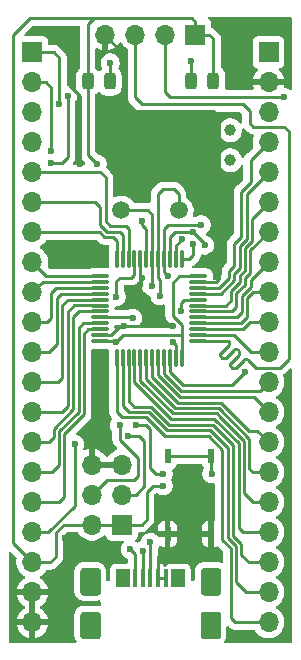
<source format=gbr>
%TF.GenerationSoftware,KiCad,Pcbnew,9.0.0*%
%TF.CreationDate,2025-02-28T11:04:11+07:00*%
%TF.ProjectId,SMT32_Bluepill,534d5433-325f-4426-9c75-6570696c6c2e,rev?*%
%TF.SameCoordinates,Original*%
%TF.FileFunction,Copper,L1,Top*%
%TF.FilePolarity,Positive*%
%FSLAX46Y46*%
G04 Gerber Fmt 4.6, Leading zero omitted, Abs format (unit mm)*
G04 Created by KiCad (PCBNEW 9.0.0) date 2025-02-28 11:04:11*
%MOMM*%
%LPD*%
G01*
G04 APERTURE LIST*
G04 Aperture macros list*
%AMRoundRect*
0 Rectangle with rounded corners*
0 $1 Rounding radius*
0 $2 $3 $4 $5 $6 $7 $8 $9 X,Y pos of 4 corners*
0 Add a 4 corners polygon primitive as box body*
4,1,4,$2,$3,$4,$5,$6,$7,$8,$9,$2,$3,0*
0 Add four circle primitives for the rounded corners*
1,1,$1+$1,$2,$3*
1,1,$1+$1,$4,$5*
1,1,$1+$1,$6,$7*
1,1,$1+$1,$8,$9*
0 Add four rect primitives between the rounded corners*
20,1,$1+$1,$2,$3,$4,$5,0*
20,1,$1+$1,$4,$5,$6,$7,0*
20,1,$1+$1,$6,$7,$8,$9,0*
20,1,$1+$1,$8,$9,$2,$3,0*%
G04 Aperture macros list end*
%TA.AperFunction,EtchedComponent*%
%ADD10C,0.010000*%
%TD*%
%TA.AperFunction,SMDPad,CuDef*%
%ADD11RoundRect,0.075000X-0.075000X0.662500X-0.075000X-0.662500X0.075000X-0.662500X0.075000X0.662500X0*%
%TD*%
%TA.AperFunction,SMDPad,CuDef*%
%ADD12RoundRect,0.075000X-0.662500X0.075000X-0.662500X-0.075000X0.662500X-0.075000X0.662500X0.075000X0*%
%TD*%
%TA.AperFunction,SMDPad,CuDef*%
%ADD13R,0.400000X1.500000*%
%TD*%
%TA.AperFunction,SMDPad,CuDef*%
%ADD14R,1.150000X1.500000*%
%TD*%
%TA.AperFunction,ComponentPad*%
%ADD15C,1.650000*%
%TD*%
%TA.AperFunction,SMDPad,CuDef*%
%ADD16R,0.558800X1.153700*%
%TD*%
%TA.AperFunction,SMDPad,CuDef*%
%ADD17RoundRect,0.243750X0.243750X0.456250X-0.243750X0.456250X-0.243750X-0.456250X0.243750X-0.456250X0*%
%TD*%
%TA.AperFunction,ComponentPad*%
%ADD18C,1.000000*%
%TD*%
%TA.AperFunction,SMDPad,CuDef*%
%ADD19RoundRect,0.243750X-0.243750X-0.456250X0.243750X-0.456250X0.243750X0.456250X-0.243750X0.456250X0*%
%TD*%
%TA.AperFunction,ComponentPad*%
%ADD20C,1.500000*%
%TD*%
%TA.AperFunction,ComponentPad*%
%ADD21R,1.700000X1.700000*%
%TD*%
%TA.AperFunction,ComponentPad*%
%ADD22O,1.700000X1.700000*%
%TD*%
%TA.AperFunction,ViaPad*%
%ADD23C,0.600000*%
%TD*%
%TA.AperFunction,Conductor*%
%ADD24C,0.254000*%
%TD*%
G04 APERTURE END LIST*
D10*
%TO.C,U3*%
X25456000Y-93677000D02*
X25472000Y-93679000D01*
X25487000Y-93682000D01*
X25503000Y-93685000D01*
X25518000Y-93690000D01*
X25533000Y-93695000D01*
X25547000Y-93701000D01*
X25561000Y-93708000D01*
X25575000Y-93715000D01*
X25588000Y-93723000D01*
X25601000Y-93732000D01*
X25614000Y-93742000D01*
X25626000Y-93752000D01*
X25637000Y-93763000D01*
X25648000Y-93774000D01*
X25658000Y-93786000D01*
X25668000Y-93799000D01*
X25677000Y-93812000D01*
X25685000Y-93825000D01*
X25692000Y-93839000D01*
X25699000Y-93853000D01*
X25705000Y-93867000D01*
X25710000Y-93882000D01*
X25715000Y-93897000D01*
X25718000Y-93913000D01*
X25721000Y-93928000D01*
X25723000Y-93944000D01*
X25725000Y-93959000D01*
X25725000Y-93975000D01*
X25725000Y-95625000D01*
X25725000Y-95641000D01*
X25723000Y-95656000D01*
X25721000Y-95672000D01*
X25718000Y-95687000D01*
X25715000Y-95703000D01*
X25710000Y-95718000D01*
X25705000Y-95733000D01*
X25699000Y-95747000D01*
X25692000Y-95761000D01*
X25685000Y-95775000D01*
X25677000Y-95788000D01*
X25668000Y-95801000D01*
X25658000Y-95814000D01*
X25648000Y-95826000D01*
X25637000Y-95837000D01*
X25626000Y-95848000D01*
X25614000Y-95858000D01*
X25601000Y-95868000D01*
X25588000Y-95877000D01*
X25575000Y-95885000D01*
X25561000Y-95892000D01*
X25547000Y-95899000D01*
X25533000Y-95905000D01*
X25518000Y-95910000D01*
X25503000Y-95915000D01*
X25487000Y-95918000D01*
X25472000Y-95921000D01*
X25456000Y-95923000D01*
X25441000Y-95925000D01*
X25425000Y-95925000D01*
X24375000Y-95925000D01*
X24359000Y-95925000D01*
X24344000Y-95923000D01*
X24328000Y-95921000D01*
X24313000Y-95918000D01*
X24297000Y-95915000D01*
X24282000Y-95910000D01*
X24267000Y-95905000D01*
X24253000Y-95899000D01*
X24239000Y-95892000D01*
X24225000Y-95885000D01*
X24212000Y-95877000D01*
X24199000Y-95868000D01*
X24186000Y-95858000D01*
X24174000Y-95848000D01*
X24163000Y-95837000D01*
X24152000Y-95826000D01*
X24142000Y-95814000D01*
X24132000Y-95801000D01*
X24123000Y-95788000D01*
X24115000Y-95775000D01*
X24108000Y-95761000D01*
X24101000Y-95747000D01*
X24095000Y-95733000D01*
X24090000Y-95718000D01*
X24085000Y-95703000D01*
X24082000Y-95687000D01*
X24079000Y-95672000D01*
X24077000Y-95656000D01*
X24075000Y-95641000D01*
X24075000Y-95625000D01*
X24075000Y-93975000D01*
X24075000Y-93959000D01*
X24077000Y-93944000D01*
X24079000Y-93928000D01*
X24082000Y-93913000D01*
X24085000Y-93897000D01*
X24090000Y-93882000D01*
X24095000Y-93867000D01*
X24101000Y-93853000D01*
X24108000Y-93839000D01*
X24115000Y-93825000D01*
X24123000Y-93812000D01*
X24132000Y-93799000D01*
X24142000Y-93786000D01*
X24152000Y-93774000D01*
X24163000Y-93763000D01*
X24174000Y-93752000D01*
X24186000Y-93742000D01*
X24199000Y-93732000D01*
X24212000Y-93723000D01*
X24225000Y-93715000D01*
X24239000Y-93708000D01*
X24253000Y-93701000D01*
X24267000Y-93695000D01*
X24282000Y-93690000D01*
X24297000Y-93685000D01*
X24313000Y-93682000D01*
X24328000Y-93679000D01*
X24344000Y-93677000D01*
X24359000Y-93675000D01*
X24375000Y-93675000D01*
X25425000Y-93675000D01*
X25441000Y-93675000D01*
X25456000Y-93677000D01*
%TA.AperFunction,EtchedComponent*%
G36*
X25456000Y-93677000D02*
G01*
X25472000Y-93679000D01*
X25487000Y-93682000D01*
X25503000Y-93685000D01*
X25518000Y-93690000D01*
X25533000Y-93695000D01*
X25547000Y-93701000D01*
X25561000Y-93708000D01*
X25575000Y-93715000D01*
X25588000Y-93723000D01*
X25601000Y-93732000D01*
X25614000Y-93742000D01*
X25626000Y-93752000D01*
X25637000Y-93763000D01*
X25648000Y-93774000D01*
X25658000Y-93786000D01*
X25668000Y-93799000D01*
X25677000Y-93812000D01*
X25685000Y-93825000D01*
X25692000Y-93839000D01*
X25699000Y-93853000D01*
X25705000Y-93867000D01*
X25710000Y-93882000D01*
X25715000Y-93897000D01*
X25718000Y-93913000D01*
X25721000Y-93928000D01*
X25723000Y-93944000D01*
X25725000Y-93959000D01*
X25725000Y-93975000D01*
X25725000Y-95625000D01*
X25725000Y-95641000D01*
X25723000Y-95656000D01*
X25721000Y-95672000D01*
X25718000Y-95687000D01*
X25715000Y-95703000D01*
X25710000Y-95718000D01*
X25705000Y-95733000D01*
X25699000Y-95747000D01*
X25692000Y-95761000D01*
X25685000Y-95775000D01*
X25677000Y-95788000D01*
X25668000Y-95801000D01*
X25658000Y-95814000D01*
X25648000Y-95826000D01*
X25637000Y-95837000D01*
X25626000Y-95848000D01*
X25614000Y-95858000D01*
X25601000Y-95868000D01*
X25588000Y-95877000D01*
X25575000Y-95885000D01*
X25561000Y-95892000D01*
X25547000Y-95899000D01*
X25533000Y-95905000D01*
X25518000Y-95910000D01*
X25503000Y-95915000D01*
X25487000Y-95918000D01*
X25472000Y-95921000D01*
X25456000Y-95923000D01*
X25441000Y-95925000D01*
X25425000Y-95925000D01*
X24375000Y-95925000D01*
X24359000Y-95925000D01*
X24344000Y-95923000D01*
X24328000Y-95921000D01*
X24313000Y-95918000D01*
X24297000Y-95915000D01*
X24282000Y-95910000D01*
X24267000Y-95905000D01*
X24253000Y-95899000D01*
X24239000Y-95892000D01*
X24225000Y-95885000D01*
X24212000Y-95877000D01*
X24199000Y-95868000D01*
X24186000Y-95858000D01*
X24174000Y-95848000D01*
X24163000Y-95837000D01*
X24152000Y-95826000D01*
X24142000Y-95814000D01*
X24132000Y-95801000D01*
X24123000Y-95788000D01*
X24115000Y-95775000D01*
X24108000Y-95761000D01*
X24101000Y-95747000D01*
X24095000Y-95733000D01*
X24090000Y-95718000D01*
X24085000Y-95703000D01*
X24082000Y-95687000D01*
X24079000Y-95672000D01*
X24077000Y-95656000D01*
X24075000Y-95641000D01*
X24075000Y-95625000D01*
X24075000Y-93975000D01*
X24075000Y-93959000D01*
X24077000Y-93944000D01*
X24079000Y-93928000D01*
X24082000Y-93913000D01*
X24085000Y-93897000D01*
X24090000Y-93882000D01*
X24095000Y-93867000D01*
X24101000Y-93853000D01*
X24108000Y-93839000D01*
X24115000Y-93825000D01*
X24123000Y-93812000D01*
X24132000Y-93799000D01*
X24142000Y-93786000D01*
X24152000Y-93774000D01*
X24163000Y-93763000D01*
X24174000Y-93752000D01*
X24186000Y-93742000D01*
X24199000Y-93732000D01*
X24212000Y-93723000D01*
X24225000Y-93715000D01*
X24239000Y-93708000D01*
X24253000Y-93701000D01*
X24267000Y-93695000D01*
X24282000Y-93690000D01*
X24297000Y-93685000D01*
X24313000Y-93682000D01*
X24328000Y-93679000D01*
X24344000Y-93677000D01*
X24359000Y-93675000D01*
X24375000Y-93675000D01*
X25425000Y-93675000D01*
X25441000Y-93675000D01*
X25456000Y-93677000D01*
G37*
%TD.AperFunction*%
X25456000Y-97377000D02*
X25472000Y-97379000D01*
X25487000Y-97382000D01*
X25503000Y-97385000D01*
X25518000Y-97390000D01*
X25533000Y-97395000D01*
X25547000Y-97401000D01*
X25561000Y-97408000D01*
X25575000Y-97415000D01*
X25588000Y-97423000D01*
X25601000Y-97432000D01*
X25614000Y-97442000D01*
X25626000Y-97452000D01*
X25637000Y-97463000D01*
X25648000Y-97474000D01*
X25658000Y-97486000D01*
X25668000Y-97499000D01*
X25677000Y-97512000D01*
X25685000Y-97525000D01*
X25692000Y-97539000D01*
X25699000Y-97553000D01*
X25705000Y-97567000D01*
X25710000Y-97582000D01*
X25715000Y-97597000D01*
X25718000Y-97613000D01*
X25721000Y-97628000D01*
X25723000Y-97644000D01*
X25725000Y-97659000D01*
X25725000Y-97675000D01*
X25725000Y-99325000D01*
X25725000Y-99341000D01*
X25723000Y-99356000D01*
X25721000Y-99372000D01*
X25718000Y-99387000D01*
X25715000Y-99403000D01*
X25710000Y-99418000D01*
X25705000Y-99433000D01*
X25699000Y-99447000D01*
X25692000Y-99461000D01*
X25685000Y-99475000D01*
X25677000Y-99488000D01*
X25668000Y-99501000D01*
X25658000Y-99514000D01*
X25648000Y-99526000D01*
X25637000Y-99537000D01*
X25626000Y-99548000D01*
X25614000Y-99558000D01*
X25601000Y-99568000D01*
X25588000Y-99577000D01*
X25575000Y-99585000D01*
X25561000Y-99592000D01*
X25547000Y-99599000D01*
X25533000Y-99605000D01*
X25518000Y-99610000D01*
X25503000Y-99615000D01*
X25487000Y-99618000D01*
X25472000Y-99621000D01*
X25456000Y-99623000D01*
X25441000Y-99625000D01*
X25425000Y-99625000D01*
X24375000Y-99625000D01*
X24359000Y-99625000D01*
X24344000Y-99623000D01*
X24328000Y-99621000D01*
X24313000Y-99618000D01*
X24297000Y-99615000D01*
X24282000Y-99610000D01*
X24267000Y-99605000D01*
X24253000Y-99599000D01*
X24239000Y-99592000D01*
X24225000Y-99585000D01*
X24212000Y-99577000D01*
X24199000Y-99568000D01*
X24186000Y-99558000D01*
X24174000Y-99548000D01*
X24163000Y-99537000D01*
X24152000Y-99526000D01*
X24142000Y-99514000D01*
X24132000Y-99501000D01*
X24123000Y-99488000D01*
X24115000Y-99475000D01*
X24108000Y-99461000D01*
X24101000Y-99447000D01*
X24095000Y-99433000D01*
X24090000Y-99418000D01*
X24085000Y-99403000D01*
X24082000Y-99387000D01*
X24079000Y-99372000D01*
X24077000Y-99356000D01*
X24075000Y-99341000D01*
X24075000Y-99325000D01*
X24075000Y-97675000D01*
X24075000Y-97659000D01*
X24077000Y-97644000D01*
X24079000Y-97628000D01*
X24082000Y-97613000D01*
X24085000Y-97597000D01*
X24090000Y-97582000D01*
X24095000Y-97567000D01*
X24101000Y-97553000D01*
X24108000Y-97539000D01*
X24115000Y-97525000D01*
X24123000Y-97512000D01*
X24132000Y-97499000D01*
X24142000Y-97486000D01*
X24152000Y-97474000D01*
X24163000Y-97463000D01*
X24174000Y-97452000D01*
X24186000Y-97442000D01*
X24199000Y-97432000D01*
X24212000Y-97423000D01*
X24225000Y-97415000D01*
X24239000Y-97408000D01*
X24253000Y-97401000D01*
X24267000Y-97395000D01*
X24282000Y-97390000D01*
X24297000Y-97385000D01*
X24313000Y-97382000D01*
X24328000Y-97379000D01*
X24344000Y-97377000D01*
X24359000Y-97375000D01*
X24375000Y-97375000D01*
X25425000Y-97375000D01*
X25441000Y-97375000D01*
X25456000Y-97377000D01*
%TA.AperFunction,EtchedComponent*%
G36*
X25456000Y-97377000D02*
G01*
X25472000Y-97379000D01*
X25487000Y-97382000D01*
X25503000Y-97385000D01*
X25518000Y-97390000D01*
X25533000Y-97395000D01*
X25547000Y-97401000D01*
X25561000Y-97408000D01*
X25575000Y-97415000D01*
X25588000Y-97423000D01*
X25601000Y-97432000D01*
X25614000Y-97442000D01*
X25626000Y-97452000D01*
X25637000Y-97463000D01*
X25648000Y-97474000D01*
X25658000Y-97486000D01*
X25668000Y-97499000D01*
X25677000Y-97512000D01*
X25685000Y-97525000D01*
X25692000Y-97539000D01*
X25699000Y-97553000D01*
X25705000Y-97567000D01*
X25710000Y-97582000D01*
X25715000Y-97597000D01*
X25718000Y-97613000D01*
X25721000Y-97628000D01*
X25723000Y-97644000D01*
X25725000Y-97659000D01*
X25725000Y-97675000D01*
X25725000Y-99325000D01*
X25725000Y-99341000D01*
X25723000Y-99356000D01*
X25721000Y-99372000D01*
X25718000Y-99387000D01*
X25715000Y-99403000D01*
X25710000Y-99418000D01*
X25705000Y-99433000D01*
X25699000Y-99447000D01*
X25692000Y-99461000D01*
X25685000Y-99475000D01*
X25677000Y-99488000D01*
X25668000Y-99501000D01*
X25658000Y-99514000D01*
X25648000Y-99526000D01*
X25637000Y-99537000D01*
X25626000Y-99548000D01*
X25614000Y-99558000D01*
X25601000Y-99568000D01*
X25588000Y-99577000D01*
X25575000Y-99585000D01*
X25561000Y-99592000D01*
X25547000Y-99599000D01*
X25533000Y-99605000D01*
X25518000Y-99610000D01*
X25503000Y-99615000D01*
X25487000Y-99618000D01*
X25472000Y-99621000D01*
X25456000Y-99623000D01*
X25441000Y-99625000D01*
X25425000Y-99625000D01*
X24375000Y-99625000D01*
X24359000Y-99625000D01*
X24344000Y-99623000D01*
X24328000Y-99621000D01*
X24313000Y-99618000D01*
X24297000Y-99615000D01*
X24282000Y-99610000D01*
X24267000Y-99605000D01*
X24253000Y-99599000D01*
X24239000Y-99592000D01*
X24225000Y-99585000D01*
X24212000Y-99577000D01*
X24199000Y-99568000D01*
X24186000Y-99558000D01*
X24174000Y-99548000D01*
X24163000Y-99537000D01*
X24152000Y-99526000D01*
X24142000Y-99514000D01*
X24132000Y-99501000D01*
X24123000Y-99488000D01*
X24115000Y-99475000D01*
X24108000Y-99461000D01*
X24101000Y-99447000D01*
X24095000Y-99433000D01*
X24090000Y-99418000D01*
X24085000Y-99403000D01*
X24082000Y-99387000D01*
X24079000Y-99372000D01*
X24077000Y-99356000D01*
X24075000Y-99341000D01*
X24075000Y-99325000D01*
X24075000Y-97675000D01*
X24075000Y-97659000D01*
X24077000Y-97644000D01*
X24079000Y-97628000D01*
X24082000Y-97613000D01*
X24085000Y-97597000D01*
X24090000Y-97582000D01*
X24095000Y-97567000D01*
X24101000Y-97553000D01*
X24108000Y-97539000D01*
X24115000Y-97525000D01*
X24123000Y-97512000D01*
X24132000Y-97499000D01*
X24142000Y-97486000D01*
X24152000Y-97474000D01*
X24163000Y-97463000D01*
X24174000Y-97452000D01*
X24186000Y-97442000D01*
X24199000Y-97432000D01*
X24212000Y-97423000D01*
X24225000Y-97415000D01*
X24239000Y-97408000D01*
X24253000Y-97401000D01*
X24267000Y-97395000D01*
X24282000Y-97390000D01*
X24297000Y-97385000D01*
X24313000Y-97382000D01*
X24328000Y-97379000D01*
X24344000Y-97377000D01*
X24359000Y-97375000D01*
X24375000Y-97375000D01*
X25425000Y-97375000D01*
X25441000Y-97375000D01*
X25456000Y-97377000D01*
G37*
%TD.AperFunction*%
X35656000Y-93677000D02*
X35672000Y-93679000D01*
X35687000Y-93682000D01*
X35703000Y-93685000D01*
X35718000Y-93690000D01*
X35733000Y-93695000D01*
X35747000Y-93701000D01*
X35761000Y-93708000D01*
X35775000Y-93715000D01*
X35788000Y-93723000D01*
X35801000Y-93732000D01*
X35814000Y-93742000D01*
X35826000Y-93752000D01*
X35837000Y-93763000D01*
X35848000Y-93774000D01*
X35858000Y-93786000D01*
X35868000Y-93799000D01*
X35877000Y-93812000D01*
X35885000Y-93825000D01*
X35892000Y-93839000D01*
X35899000Y-93853000D01*
X35905000Y-93867000D01*
X35910000Y-93882000D01*
X35915000Y-93897000D01*
X35918000Y-93913000D01*
X35921000Y-93928000D01*
X35923000Y-93944000D01*
X35925000Y-93959000D01*
X35925000Y-93975000D01*
X35925000Y-95625000D01*
X35925000Y-95641000D01*
X35923000Y-95656000D01*
X35921000Y-95672000D01*
X35918000Y-95687000D01*
X35915000Y-95703000D01*
X35910000Y-95718000D01*
X35905000Y-95733000D01*
X35899000Y-95747000D01*
X35892000Y-95761000D01*
X35885000Y-95775000D01*
X35877000Y-95788000D01*
X35868000Y-95801000D01*
X35858000Y-95814000D01*
X35848000Y-95826000D01*
X35837000Y-95837000D01*
X35826000Y-95848000D01*
X35814000Y-95858000D01*
X35801000Y-95868000D01*
X35788000Y-95877000D01*
X35775000Y-95885000D01*
X35761000Y-95892000D01*
X35747000Y-95899000D01*
X35733000Y-95905000D01*
X35718000Y-95910000D01*
X35703000Y-95915000D01*
X35687000Y-95918000D01*
X35672000Y-95921000D01*
X35656000Y-95923000D01*
X35641000Y-95925000D01*
X35625000Y-95925000D01*
X34575000Y-95925000D01*
X34559000Y-95925000D01*
X34544000Y-95923000D01*
X34528000Y-95921000D01*
X34513000Y-95918000D01*
X34497000Y-95915000D01*
X34482000Y-95910000D01*
X34467000Y-95905000D01*
X34453000Y-95899000D01*
X34439000Y-95892000D01*
X34425000Y-95885000D01*
X34412000Y-95877000D01*
X34399000Y-95868000D01*
X34386000Y-95858000D01*
X34374000Y-95848000D01*
X34363000Y-95837000D01*
X34352000Y-95826000D01*
X34342000Y-95814000D01*
X34332000Y-95801000D01*
X34323000Y-95788000D01*
X34315000Y-95775000D01*
X34308000Y-95761000D01*
X34301000Y-95747000D01*
X34295000Y-95733000D01*
X34290000Y-95718000D01*
X34285000Y-95703000D01*
X34282000Y-95687000D01*
X34279000Y-95672000D01*
X34277000Y-95656000D01*
X34275000Y-95641000D01*
X34275000Y-95625000D01*
X34275000Y-93975000D01*
X34275000Y-93959000D01*
X34277000Y-93944000D01*
X34279000Y-93928000D01*
X34282000Y-93913000D01*
X34285000Y-93897000D01*
X34290000Y-93882000D01*
X34295000Y-93867000D01*
X34301000Y-93853000D01*
X34308000Y-93839000D01*
X34315000Y-93825000D01*
X34323000Y-93812000D01*
X34332000Y-93799000D01*
X34342000Y-93786000D01*
X34352000Y-93774000D01*
X34363000Y-93763000D01*
X34374000Y-93752000D01*
X34386000Y-93742000D01*
X34399000Y-93732000D01*
X34412000Y-93723000D01*
X34425000Y-93715000D01*
X34439000Y-93708000D01*
X34453000Y-93701000D01*
X34467000Y-93695000D01*
X34482000Y-93690000D01*
X34497000Y-93685000D01*
X34513000Y-93682000D01*
X34528000Y-93679000D01*
X34544000Y-93677000D01*
X34559000Y-93675000D01*
X34575000Y-93675000D01*
X35625000Y-93675000D01*
X35641000Y-93675000D01*
X35656000Y-93677000D01*
%TA.AperFunction,EtchedComponent*%
G36*
X35656000Y-93677000D02*
G01*
X35672000Y-93679000D01*
X35687000Y-93682000D01*
X35703000Y-93685000D01*
X35718000Y-93690000D01*
X35733000Y-93695000D01*
X35747000Y-93701000D01*
X35761000Y-93708000D01*
X35775000Y-93715000D01*
X35788000Y-93723000D01*
X35801000Y-93732000D01*
X35814000Y-93742000D01*
X35826000Y-93752000D01*
X35837000Y-93763000D01*
X35848000Y-93774000D01*
X35858000Y-93786000D01*
X35868000Y-93799000D01*
X35877000Y-93812000D01*
X35885000Y-93825000D01*
X35892000Y-93839000D01*
X35899000Y-93853000D01*
X35905000Y-93867000D01*
X35910000Y-93882000D01*
X35915000Y-93897000D01*
X35918000Y-93913000D01*
X35921000Y-93928000D01*
X35923000Y-93944000D01*
X35925000Y-93959000D01*
X35925000Y-93975000D01*
X35925000Y-95625000D01*
X35925000Y-95641000D01*
X35923000Y-95656000D01*
X35921000Y-95672000D01*
X35918000Y-95687000D01*
X35915000Y-95703000D01*
X35910000Y-95718000D01*
X35905000Y-95733000D01*
X35899000Y-95747000D01*
X35892000Y-95761000D01*
X35885000Y-95775000D01*
X35877000Y-95788000D01*
X35868000Y-95801000D01*
X35858000Y-95814000D01*
X35848000Y-95826000D01*
X35837000Y-95837000D01*
X35826000Y-95848000D01*
X35814000Y-95858000D01*
X35801000Y-95868000D01*
X35788000Y-95877000D01*
X35775000Y-95885000D01*
X35761000Y-95892000D01*
X35747000Y-95899000D01*
X35733000Y-95905000D01*
X35718000Y-95910000D01*
X35703000Y-95915000D01*
X35687000Y-95918000D01*
X35672000Y-95921000D01*
X35656000Y-95923000D01*
X35641000Y-95925000D01*
X35625000Y-95925000D01*
X34575000Y-95925000D01*
X34559000Y-95925000D01*
X34544000Y-95923000D01*
X34528000Y-95921000D01*
X34513000Y-95918000D01*
X34497000Y-95915000D01*
X34482000Y-95910000D01*
X34467000Y-95905000D01*
X34453000Y-95899000D01*
X34439000Y-95892000D01*
X34425000Y-95885000D01*
X34412000Y-95877000D01*
X34399000Y-95868000D01*
X34386000Y-95858000D01*
X34374000Y-95848000D01*
X34363000Y-95837000D01*
X34352000Y-95826000D01*
X34342000Y-95814000D01*
X34332000Y-95801000D01*
X34323000Y-95788000D01*
X34315000Y-95775000D01*
X34308000Y-95761000D01*
X34301000Y-95747000D01*
X34295000Y-95733000D01*
X34290000Y-95718000D01*
X34285000Y-95703000D01*
X34282000Y-95687000D01*
X34279000Y-95672000D01*
X34277000Y-95656000D01*
X34275000Y-95641000D01*
X34275000Y-95625000D01*
X34275000Y-93975000D01*
X34275000Y-93959000D01*
X34277000Y-93944000D01*
X34279000Y-93928000D01*
X34282000Y-93913000D01*
X34285000Y-93897000D01*
X34290000Y-93882000D01*
X34295000Y-93867000D01*
X34301000Y-93853000D01*
X34308000Y-93839000D01*
X34315000Y-93825000D01*
X34323000Y-93812000D01*
X34332000Y-93799000D01*
X34342000Y-93786000D01*
X34352000Y-93774000D01*
X34363000Y-93763000D01*
X34374000Y-93752000D01*
X34386000Y-93742000D01*
X34399000Y-93732000D01*
X34412000Y-93723000D01*
X34425000Y-93715000D01*
X34439000Y-93708000D01*
X34453000Y-93701000D01*
X34467000Y-93695000D01*
X34482000Y-93690000D01*
X34497000Y-93685000D01*
X34513000Y-93682000D01*
X34528000Y-93679000D01*
X34544000Y-93677000D01*
X34559000Y-93675000D01*
X34575000Y-93675000D01*
X35625000Y-93675000D01*
X35641000Y-93675000D01*
X35656000Y-93677000D01*
G37*
%TD.AperFunction*%
X35656000Y-97377000D02*
X35672000Y-97379000D01*
X35687000Y-97382000D01*
X35703000Y-97385000D01*
X35718000Y-97390000D01*
X35733000Y-97395000D01*
X35747000Y-97401000D01*
X35761000Y-97408000D01*
X35775000Y-97415000D01*
X35788000Y-97423000D01*
X35801000Y-97432000D01*
X35814000Y-97442000D01*
X35826000Y-97452000D01*
X35837000Y-97463000D01*
X35848000Y-97474000D01*
X35858000Y-97486000D01*
X35868000Y-97499000D01*
X35877000Y-97512000D01*
X35885000Y-97525000D01*
X35892000Y-97539000D01*
X35899000Y-97553000D01*
X35905000Y-97567000D01*
X35910000Y-97582000D01*
X35915000Y-97597000D01*
X35918000Y-97613000D01*
X35921000Y-97628000D01*
X35923000Y-97644000D01*
X35925000Y-97659000D01*
X35925000Y-97675000D01*
X35925000Y-99325000D01*
X35925000Y-99341000D01*
X35923000Y-99356000D01*
X35921000Y-99372000D01*
X35918000Y-99387000D01*
X35915000Y-99403000D01*
X35910000Y-99418000D01*
X35905000Y-99433000D01*
X35899000Y-99447000D01*
X35892000Y-99461000D01*
X35885000Y-99475000D01*
X35877000Y-99488000D01*
X35868000Y-99501000D01*
X35858000Y-99514000D01*
X35848000Y-99526000D01*
X35837000Y-99537000D01*
X35826000Y-99548000D01*
X35814000Y-99558000D01*
X35801000Y-99568000D01*
X35788000Y-99577000D01*
X35775000Y-99585000D01*
X35761000Y-99592000D01*
X35747000Y-99599000D01*
X35733000Y-99605000D01*
X35718000Y-99610000D01*
X35703000Y-99615000D01*
X35687000Y-99618000D01*
X35672000Y-99621000D01*
X35656000Y-99623000D01*
X35641000Y-99625000D01*
X35625000Y-99625000D01*
X34575000Y-99625000D01*
X34559000Y-99625000D01*
X34544000Y-99623000D01*
X34528000Y-99621000D01*
X34513000Y-99618000D01*
X34497000Y-99615000D01*
X34482000Y-99610000D01*
X34467000Y-99605000D01*
X34453000Y-99599000D01*
X34439000Y-99592000D01*
X34425000Y-99585000D01*
X34412000Y-99577000D01*
X34399000Y-99568000D01*
X34386000Y-99558000D01*
X34374000Y-99548000D01*
X34363000Y-99537000D01*
X34352000Y-99526000D01*
X34342000Y-99514000D01*
X34332000Y-99501000D01*
X34323000Y-99488000D01*
X34315000Y-99475000D01*
X34308000Y-99461000D01*
X34301000Y-99447000D01*
X34295000Y-99433000D01*
X34290000Y-99418000D01*
X34285000Y-99403000D01*
X34282000Y-99387000D01*
X34279000Y-99372000D01*
X34277000Y-99356000D01*
X34275000Y-99341000D01*
X34275000Y-99325000D01*
X34275000Y-97675000D01*
X34275000Y-97659000D01*
X34277000Y-97644000D01*
X34279000Y-97628000D01*
X34282000Y-97613000D01*
X34285000Y-97597000D01*
X34290000Y-97582000D01*
X34295000Y-97567000D01*
X34301000Y-97553000D01*
X34308000Y-97539000D01*
X34315000Y-97525000D01*
X34323000Y-97512000D01*
X34332000Y-97499000D01*
X34342000Y-97486000D01*
X34352000Y-97474000D01*
X34363000Y-97463000D01*
X34374000Y-97452000D01*
X34386000Y-97442000D01*
X34399000Y-97432000D01*
X34412000Y-97423000D01*
X34425000Y-97415000D01*
X34439000Y-97408000D01*
X34453000Y-97401000D01*
X34467000Y-97395000D01*
X34482000Y-97390000D01*
X34497000Y-97385000D01*
X34513000Y-97382000D01*
X34528000Y-97379000D01*
X34544000Y-97377000D01*
X34559000Y-97375000D01*
X34575000Y-97375000D01*
X35625000Y-97375000D01*
X35641000Y-97375000D01*
X35656000Y-97377000D01*
%TA.AperFunction,EtchedComponent*%
G36*
X35656000Y-97377000D02*
G01*
X35672000Y-97379000D01*
X35687000Y-97382000D01*
X35703000Y-97385000D01*
X35718000Y-97390000D01*
X35733000Y-97395000D01*
X35747000Y-97401000D01*
X35761000Y-97408000D01*
X35775000Y-97415000D01*
X35788000Y-97423000D01*
X35801000Y-97432000D01*
X35814000Y-97442000D01*
X35826000Y-97452000D01*
X35837000Y-97463000D01*
X35848000Y-97474000D01*
X35858000Y-97486000D01*
X35868000Y-97499000D01*
X35877000Y-97512000D01*
X35885000Y-97525000D01*
X35892000Y-97539000D01*
X35899000Y-97553000D01*
X35905000Y-97567000D01*
X35910000Y-97582000D01*
X35915000Y-97597000D01*
X35918000Y-97613000D01*
X35921000Y-97628000D01*
X35923000Y-97644000D01*
X35925000Y-97659000D01*
X35925000Y-97675000D01*
X35925000Y-99325000D01*
X35925000Y-99341000D01*
X35923000Y-99356000D01*
X35921000Y-99372000D01*
X35918000Y-99387000D01*
X35915000Y-99403000D01*
X35910000Y-99418000D01*
X35905000Y-99433000D01*
X35899000Y-99447000D01*
X35892000Y-99461000D01*
X35885000Y-99475000D01*
X35877000Y-99488000D01*
X35868000Y-99501000D01*
X35858000Y-99514000D01*
X35848000Y-99526000D01*
X35837000Y-99537000D01*
X35826000Y-99548000D01*
X35814000Y-99558000D01*
X35801000Y-99568000D01*
X35788000Y-99577000D01*
X35775000Y-99585000D01*
X35761000Y-99592000D01*
X35747000Y-99599000D01*
X35733000Y-99605000D01*
X35718000Y-99610000D01*
X35703000Y-99615000D01*
X35687000Y-99618000D01*
X35672000Y-99621000D01*
X35656000Y-99623000D01*
X35641000Y-99625000D01*
X35625000Y-99625000D01*
X34575000Y-99625000D01*
X34559000Y-99625000D01*
X34544000Y-99623000D01*
X34528000Y-99621000D01*
X34513000Y-99618000D01*
X34497000Y-99615000D01*
X34482000Y-99610000D01*
X34467000Y-99605000D01*
X34453000Y-99599000D01*
X34439000Y-99592000D01*
X34425000Y-99585000D01*
X34412000Y-99577000D01*
X34399000Y-99568000D01*
X34386000Y-99558000D01*
X34374000Y-99548000D01*
X34363000Y-99537000D01*
X34352000Y-99526000D01*
X34342000Y-99514000D01*
X34332000Y-99501000D01*
X34323000Y-99488000D01*
X34315000Y-99475000D01*
X34308000Y-99461000D01*
X34301000Y-99447000D01*
X34295000Y-99433000D01*
X34290000Y-99418000D01*
X34285000Y-99403000D01*
X34282000Y-99387000D01*
X34279000Y-99372000D01*
X34277000Y-99356000D01*
X34275000Y-99341000D01*
X34275000Y-99325000D01*
X34275000Y-97675000D01*
X34275000Y-97659000D01*
X34277000Y-97644000D01*
X34279000Y-97628000D01*
X34282000Y-97613000D01*
X34285000Y-97597000D01*
X34290000Y-97582000D01*
X34295000Y-97567000D01*
X34301000Y-97553000D01*
X34308000Y-97539000D01*
X34315000Y-97525000D01*
X34323000Y-97512000D01*
X34332000Y-97499000D01*
X34342000Y-97486000D01*
X34352000Y-97474000D01*
X34363000Y-97463000D01*
X34374000Y-97452000D01*
X34386000Y-97442000D01*
X34399000Y-97432000D01*
X34412000Y-97423000D01*
X34425000Y-97415000D01*
X34439000Y-97408000D01*
X34453000Y-97401000D01*
X34467000Y-97395000D01*
X34482000Y-97390000D01*
X34497000Y-97385000D01*
X34513000Y-97382000D01*
X34528000Y-97379000D01*
X34544000Y-97377000D01*
X34559000Y-97375000D01*
X34575000Y-97375000D01*
X35625000Y-97375000D01*
X35641000Y-97375000D01*
X35656000Y-97377000D01*
G37*
%TD.AperFunction*%
%TD*%
D11*
%TO.P,U2,1,VBAT*%
%TO.N,VBAT*%
X32650000Y-67537500D03*
%TO.P,U2,2,PC13*%
%TO.N,PC13*%
X32150000Y-67537500D03*
%TO.P,U2,3,PC14*%
%TO.N,PC14*%
X31650000Y-67537500D03*
%TO.P,U2,4,PC15*%
%TO.N,PC15*%
X31150000Y-67537500D03*
%TO.P,U2,5,PD0*%
%TO.N,OSCIN*%
X30650000Y-67537500D03*
%TO.P,U2,6,PD1*%
%TO.N,OSCOUT*%
X30150000Y-67537500D03*
%TO.P,U2,7,NRST*%
%TO.N,NRST*%
X29650000Y-67537500D03*
%TO.P,U2,8,VSSA*%
%TO.N,GND*%
X29150000Y-67537500D03*
%TO.P,U2,9,VDDA*%
%TO.N,+3V3*%
X28650000Y-67537500D03*
%TO.P,U2,10,PA0*%
%TO.N,PA0*%
X28150000Y-67537500D03*
%TO.P,U2,11,PA1*%
%TO.N,PA1*%
X27650000Y-67537500D03*
%TO.P,U2,12,PA2*%
%TO.N,PA2*%
X27150000Y-67537500D03*
D12*
%TO.P,U2,13,PA3*%
%TO.N,PA3*%
X25737500Y-68950000D03*
%TO.P,U2,14,PA4*%
%TO.N,PA4*%
X25737500Y-69450000D03*
%TO.P,U2,15,PA5*%
%TO.N,PA5*%
X25737500Y-69950000D03*
%TO.P,U2,16,PA6*%
%TO.N,PA6*%
X25737500Y-70450000D03*
%TO.P,U2,17,PA7*%
%TO.N,PA7*%
X25737500Y-70950000D03*
%TO.P,U2,18,PB0*%
%TO.N,PB0*%
X25737500Y-71450000D03*
%TO.P,U2,19,PB1*%
%TO.N,PB1*%
X25737500Y-71950000D03*
%TO.P,U2,20,PB2*%
%TO.N,BOOT1*%
X25737500Y-72450000D03*
%TO.P,U2,21,PB10*%
%TO.N,PB10*%
X25737500Y-72950000D03*
%TO.P,U2,22,PB11*%
%TO.N,PB11*%
X25737500Y-73450000D03*
%TO.P,U2,23,VSS*%
%TO.N,GND*%
X25737500Y-73950000D03*
%TO.P,U2,24,VDD*%
%TO.N,+3V3*%
X25737500Y-74450000D03*
D11*
%TO.P,U2,25,PB12*%
%TO.N,PB12*%
X27150000Y-75862500D03*
%TO.P,U2,26,PB13*%
%TO.N,PB13*%
X27650000Y-75862500D03*
%TO.P,U2,27,PB14*%
%TO.N,PB14*%
X28150000Y-75862500D03*
%TO.P,U2,28,PB15*%
%TO.N,PB15*%
X28650000Y-75862500D03*
%TO.P,U2,29,PA8*%
%TO.N,PA8*%
X29150000Y-75862500D03*
%TO.P,U2,30,PA9*%
%TO.N,PA9*%
X29650000Y-75862500D03*
%TO.P,U2,31,PA10*%
%TO.N,PA10*%
X30150000Y-75862500D03*
%TO.P,U2,32,PA11*%
%TO.N,PA11*%
X30650000Y-75862500D03*
%TO.P,U2,33,PA12*%
%TO.N,PA12*%
X31150000Y-75862500D03*
%TO.P,U2,34,PA13*%
%TO.N,SWDIO*%
X31650000Y-75862500D03*
%TO.P,U2,35,VSS*%
%TO.N,GND*%
X32150000Y-75862500D03*
%TO.P,U2,36,VDD*%
%TO.N,+3V3*%
X32650000Y-75862500D03*
D12*
%TO.P,U2,37,PA14*%
%TO.N,SWDCLK*%
X34062500Y-74450000D03*
%TO.P,U2,38,PA15*%
%TO.N,PA15*%
X34062500Y-73950000D03*
%TO.P,U2,39,PB3*%
%TO.N,PB3*%
X34062500Y-73450000D03*
%TO.P,U2,40,PB4*%
%TO.N,PB4*%
X34062500Y-72950000D03*
%TO.P,U2,41,PB5*%
%TO.N,PB5*%
X34062500Y-72450000D03*
%TO.P,U2,42,PB6*%
%TO.N,PB6*%
X34062500Y-71950000D03*
%TO.P,U2,43,PB7*%
%TO.N,PB7*%
X34062500Y-71450000D03*
%TO.P,U2,44,BOOT0*%
%TO.N,BOOT0*%
X34062500Y-70950000D03*
%TO.P,U2,45,PB8*%
%TO.N,PB8*%
X34062500Y-70450000D03*
%TO.P,U2,46,PB9*%
%TO.N,PB9*%
X34062500Y-69950000D03*
%TO.P,U2,47,VSS*%
%TO.N,GND*%
X34062500Y-69450000D03*
%TO.P,U2,48,VDD*%
%TO.N,+3V3*%
X34062500Y-68950000D03*
%TD*%
D13*
%TO.P,U3,1,VCC*%
%TO.N,+5V*%
X28700000Y-94550000D03*
%TO.P,U3,2,D-*%
%TO.N,Net-(U3-D-)*%
X29350000Y-94550000D03*
%TO.P,U3,3,D+*%
%TO.N,Net-(U3-D+)*%
X30000000Y-94550000D03*
%TO.P,U3,4,ID*%
%TO.N,GND*%
X30650000Y-94550000D03*
%TO.P,U3,5,GND*%
X31300000Y-94550000D03*
D14*
%TO.P,U3,S1,SHIELD*%
%TO.N,Earth*%
X27675000Y-94550000D03*
%TO.P,U3,S2,SHIELD*%
X32325000Y-94550000D03*
D15*
%TO.P,U3,S3,SHIELD*%
X24900000Y-94800000D03*
%TO.P,U3,S4,SHIELD*%
X35100000Y-94800000D03*
%TO.P,U3,S5,SHIELD*%
X24900000Y-98500000D03*
%TO.P,U3,S6,SHIELD*%
X35100000Y-98500000D03*
%TD*%
D16*
%TO.P,RST1,1,1*%
%TO.N,GND*%
X31450001Y-90781949D03*
%TO.P,RST1,2,2*%
X35149999Y-90781949D03*
%TO.P,RST1,3,3*%
%TO.N,Net-(C2-Pad1)*%
X35149999Y-84218051D03*
%TO.P,RST1,4,4*%
X31450001Y-84218051D03*
%TD*%
D17*
%TO.P,D2,1,K*%
%TO.N,Net-(D2-K)*%
X26568750Y-52468750D03*
%TO.P,D2,2,A*%
%TO.N,+3V3*%
X24693750Y-52468750D03*
%TD*%
D18*
%TO.P,Y3,1*%
%TO.N,PC14*%
X36750000Y-56600000D03*
%TO.P,Y3,2*%
%TO.N,PC15*%
X36750000Y-59140000D03*
%TD*%
D19*
%TO.P,D1,1,K*%
%TO.N,Net-(D1-K)*%
X33462500Y-52400000D03*
%TO.P,D1,2,A*%
%TO.N,+3V3*%
X35337500Y-52400000D03*
%TD*%
D20*
%TO.P,Y2,1*%
%TO.N,OSCIN*%
X32400000Y-63400000D03*
%TO.P,Y2,2*%
%TO.N,OSCOUT*%
X27520000Y-63400000D03*
%TD*%
D21*
%TO.P,P1,1*%
%TO.N,+3V3*%
X27600000Y-90000000D03*
D22*
%TO.P,P1,2*%
X25060000Y-90000000D03*
%TO.P,P1,3*%
%TO.N,Net-(P1-Pad3)*%
X27600000Y-87460000D03*
%TO.P,P1,4*%
%TO.N,Net-(P1-Pad4)*%
X25060000Y-87460000D03*
%TO.P,P1,5*%
%TO.N,GND*%
X27600000Y-84920000D03*
%TO.P,P1,6*%
X25060000Y-84920000D03*
%TD*%
D21*
%TO.P,P2,1*%
%TO.N,+3V3*%
X33800000Y-48500000D03*
D22*
%TO.P,P2,2*%
%TO.N,SWDIO*%
X31260000Y-48500000D03*
%TO.P,P2,3*%
%TO.N,SWDCLK*%
X28720000Y-48500000D03*
%TO.P,P2,4*%
%TO.N,GND*%
X26180000Y-48500000D03*
%TD*%
D21*
%TO.P,P4,1*%
%TO.N,VBAT*%
X20000000Y-50000000D03*
D22*
%TO.P,P4,2*%
%TO.N,PC13*%
X20000000Y-52540000D03*
%TO.P,P4,3*%
%TO.N,PC14*%
X20000000Y-55080000D03*
%TO.P,P4,4*%
%TO.N,PC15*%
X20000000Y-57620000D03*
%TO.P,P4,5*%
%TO.N,PA0*%
X20000000Y-60160000D03*
%TO.P,P4,6*%
%TO.N,PA1*%
X20000000Y-62700000D03*
%TO.P,P4,7*%
%TO.N,PA2*%
X20000000Y-65240000D03*
%TO.P,P4,8*%
%TO.N,PA3*%
X20000000Y-67780000D03*
%TO.P,P4,9*%
%TO.N,PA4*%
X20000000Y-70320000D03*
%TO.P,P4,10*%
%TO.N,PA5*%
X20000000Y-72860000D03*
%TO.P,P4,11*%
%TO.N,PA6*%
X20000000Y-75400000D03*
%TO.P,P4,12*%
%TO.N,PA7*%
X20000000Y-77940000D03*
%TO.P,P4,13*%
%TO.N,PB0*%
X20000000Y-80480000D03*
%TO.P,P4,14*%
%TO.N,PB1*%
X20000000Y-83020000D03*
%TO.P,P4,15*%
%TO.N,PB10*%
X20000000Y-85560000D03*
%TO.P,P4,16*%
%TO.N,PB11*%
X20000000Y-88100000D03*
%TO.P,P4,17*%
%TO.N,NRST*%
X20000000Y-90640000D03*
%TO.P,P4,18*%
%TO.N,+3V3*%
X20000000Y-93180000D03*
%TO.P,P4,19*%
%TO.N,GND*%
X20000000Y-95720000D03*
%TO.P,P4,20*%
X20000000Y-98260000D03*
%TD*%
D21*
%TO.P,P3,1*%
%TO.N,+3V3*%
X40000000Y-50000000D03*
D22*
%TO.P,P3,2*%
%TO.N,GND*%
X40000000Y-52540000D03*
%TO.P,P3,3*%
%TO.N,+5V*%
X40000000Y-55080000D03*
%TO.P,P3,4*%
%TO.N,PB9*%
X40000000Y-57620000D03*
%TO.P,P3,5*%
%TO.N,PB8*%
X40000000Y-60160000D03*
%TO.P,P3,6*%
%TO.N,PB7*%
X40000000Y-62700000D03*
%TO.P,P3,7*%
%TO.N,PB6*%
X40000000Y-65240000D03*
%TO.P,P3,8*%
%TO.N,PB5*%
X40000000Y-67780000D03*
%TO.P,P3,9*%
%TO.N,PB4*%
X40000000Y-70320000D03*
%TO.P,P3,10*%
%TO.N,PB3*%
X40000000Y-72860000D03*
%TO.P,P3,11*%
%TO.N,PA15*%
X40000000Y-75400000D03*
%TO.P,P3,12*%
%TO.N,PA12*%
X40000000Y-77940000D03*
%TO.P,P3,13*%
%TO.N,PA11*%
X40000000Y-80480000D03*
%TO.P,P3,14*%
%TO.N,PA10*%
X40000000Y-83020000D03*
%TO.P,P3,15*%
%TO.N,PA9*%
X40000000Y-85560000D03*
%TO.P,P3,16*%
%TO.N,PA8*%
X40000000Y-88100000D03*
%TO.P,P3,17*%
%TO.N,PB15*%
X40000000Y-90640000D03*
%TO.P,P3,18*%
%TO.N,PB14*%
X40000000Y-93180000D03*
%TO.P,P3,19*%
%TO.N,PB13*%
X40000000Y-95720000D03*
%TO.P,P3,20*%
%TO.N,PB12*%
X40000000Y-98260000D03*
%TD*%
D23*
%TO.N,PC14*%
X34600000Y-66327000D03*
%TO.N,PC15*%
X31456644Y-68956644D03*
%TO.N,OSCOUT*%
X30100000Y-69800000D03*
%TO.N,OSCIN*%
X30800000Y-70600000D03*
%TO.N,GND*%
X23100000Y-49300000D03*
X24000000Y-59500000D03*
%TO.N,+3V3*%
X25500000Y-59482000D03*
%TO.N,SWDIO*%
X38050000Y-77050000D03*
X41300000Y-53800000D03*
%TO.N,GND*%
X22800000Y-91100000D03*
X22820000Y-92900000D03*
X31900000Y-74527000D03*
X27800000Y-73200000D03*
X31900000Y-73200000D03*
X35800000Y-66327000D03*
X34200000Y-92300000D03*
X37600000Y-47300000D03*
X29100000Y-69700000D03*
%TO.N,+3V3*%
X27100000Y-70700000D03*
X31100000Y-86700000D03*
X27100000Y-74500000D03*
%TO.N,Net-(C2-Pad1)*%
X35200000Y-85700000D03*
%TO.N,+5V*%
X21600000Y-59400000D03*
X23000000Y-53700000D03*
X28746000Y-81554000D03*
X31100000Y-85700000D03*
X28300000Y-92100000D03*
%TO.N,PC14*%
X33600000Y-65227000D03*
%TO.N,PC15*%
X34300000Y-64600000D03*
%TO.N,Net-(P1-Pad4)*%
X27390981Y-81593598D03*
%TO.N,Net-(P1-Pad3)*%
X28100000Y-82473000D03*
%TO.N,BOOT0*%
X32600000Y-71900000D03*
%TO.N,BOOT1*%
X28500000Y-72500000D03*
%TO.N,PC13*%
X21600000Y-58400000D03*
X32700000Y-65855000D03*
%TO.N,Net-(U3-D-)*%
X29373000Y-92200000D03*
%TO.N,Net-(U3-D+)*%
X30000000Y-91500000D03*
%TO.N,NRST*%
X29300000Y-64300000D03*
X23600000Y-83200000D03*
%TO.N,VBAT*%
X33635318Y-66215136D03*
X22300000Y-54400000D03*
%TO.N,Net-(D1-K)*%
X33443356Y-50743356D03*
%TO.N,Net-(D2-K)*%
X26600000Y-50900000D03*
%TD*%
D24*
%TO.N,SWDCLK*%
X37922791Y-76062202D02*
G75*
G02*
X38262203Y-76062202I169706J-169704D01*
G01*
X37074263Y-75213673D02*
G75*
G02*
X37413674Y-75213672I169706J-169707D01*
G01*
X36054354Y-75894171D02*
G75*
G03*
X36393766Y-75894171I169706J169704D01*
G01*
X36650000Y-74450000D02*
G75*
G02*
X36649995Y-74789405I-169700J-169700D01*
G01*
X35969502Y-75469908D02*
G75*
G03*
X35969515Y-75809305I169698J-169692D01*
G01*
X36818043Y-76318423D02*
G75*
G03*
X36818072Y-76657806I169657J-169677D01*
G01*
X36902895Y-76742687D02*
G75*
G03*
X37242307Y-76742687I169706J169704D01*
G01*
X37498528Y-75298528D02*
G75*
G02*
X37498495Y-75637906I-169728J-169672D01*
G01*
X41300000Y-56300000D02*
X38700000Y-56300000D01*
X38685696Y-76485696D02*
X38900000Y-76700000D01*
X36393766Y-75894171D02*
X37074263Y-75213673D01*
X37413674Y-75213673D02*
X37498528Y-75298528D01*
X38700000Y-56300000D02*
X38400000Y-56000000D01*
X38400000Y-56000000D02*
X38400000Y-55000000D01*
X38900000Y-76700000D02*
X41000000Y-76700000D01*
X37498528Y-75637939D02*
X36818043Y-76318423D01*
X37242307Y-76742687D02*
X37922791Y-76062202D01*
X36650000Y-74789411D02*
X35969502Y-75469908D01*
X28700000Y-50440000D02*
X28720000Y-50420000D01*
X38347056Y-76147056D02*
X38685696Y-76485696D01*
X41700000Y-76000000D02*
X41700000Y-56700000D01*
X38262203Y-76062202D02*
X38347056Y-76147056D01*
X35969502Y-75809319D02*
X36054354Y-75894171D01*
X28720000Y-50420000D02*
X28720000Y-48500000D01*
X28700000Y-53800000D02*
X28700000Y-50440000D01*
X38400000Y-55000000D02*
X37800000Y-54400000D01*
X36818043Y-76657835D02*
X36902895Y-76742687D01*
X29300000Y-54400000D02*
X28700000Y-53800000D01*
X37800000Y-54400000D02*
X29300000Y-54400000D01*
X35800000Y-74450000D02*
X36450000Y-74450000D01*
X41000000Y-76700000D02*
X41700000Y-76000000D01*
X34062500Y-74450000D02*
X35800000Y-74450000D01*
X41700000Y-56700000D02*
X41300000Y-56300000D01*
X36450000Y-74450000D02*
X36650000Y-74450000D01*
%TO.N,+3V3*%
X22643468Y-90000000D02*
X25060000Y-90000000D01*
X22000000Y-90643468D02*
X22643468Y-90000000D01*
X22000000Y-92700000D02*
X22000000Y-90643468D01*
X21520000Y-93180000D02*
X22000000Y-92700000D01*
X20000000Y-93180000D02*
X21520000Y-93180000D01*
%TO.N,PB14*%
X38320000Y-93180000D02*
X40000000Y-93180000D01*
X37710000Y-92570000D02*
X38320000Y-93180000D01*
X37710000Y-91623064D02*
X37710000Y-91623065D01*
X37010000Y-83278868D02*
X37010000Y-83655802D01*
X37010000Y-83278867D02*
X37010000Y-83278868D01*
X37010000Y-83278866D02*
X37010000Y-83278867D01*
X35542666Y-81811533D02*
X37010000Y-83278866D01*
X35542666Y-81811534D02*
X35542666Y-81811533D01*
X35431132Y-81700000D02*
X35542666Y-81811534D01*
X37010000Y-90923064D02*
X37710000Y-91623064D01*
X35276134Y-81545000D02*
X35431132Y-81700000D01*
X35276133Y-81545000D02*
X35276134Y-81545000D01*
X37010000Y-83655802D02*
X37010000Y-90923064D01*
X31575402Y-81545000D02*
X34899198Y-81545000D01*
X30312936Y-80282534D02*
X31575402Y-81545000D01*
X30312936Y-80282533D02*
X30312936Y-80282534D01*
X37710000Y-91623065D02*
X37710000Y-92000000D01*
X30312936Y-80282532D02*
X30312936Y-80282533D01*
X30046403Y-80015999D02*
X30046404Y-80016000D01*
X30046403Y-80016000D02*
X30046403Y-80015999D01*
X30046402Y-80016000D02*
X30046403Y-80016000D01*
X28615999Y-80015999D02*
X30046402Y-80016000D01*
X28150000Y-79550000D02*
X28615999Y-80015999D01*
X34899198Y-81545000D02*
X35276133Y-81545000D01*
X37710000Y-92000000D02*
X37710000Y-92570000D01*
X28150000Y-75862500D02*
X28150000Y-79550000D01*
X30046404Y-80016000D02*
X30312936Y-80282532D01*
%TO.N,PB13*%
X29857936Y-80471000D02*
X28171000Y-80471000D01*
X31386936Y-82000000D02*
X29857936Y-80471000D01*
X35087666Y-82000000D02*
X31386936Y-82000000D01*
X28171000Y-80471000D02*
X27650000Y-79950000D01*
X36555000Y-83467334D02*
X35087666Y-82000000D01*
X27650000Y-79950000D02*
X27650000Y-75862500D01*
X36555000Y-91111532D02*
X36555000Y-83467334D01*
X37255000Y-94855000D02*
X37255000Y-91811532D01*
X38120000Y-95720000D02*
X37255000Y-94855000D01*
X37255000Y-91811532D02*
X36555000Y-91111532D01*
X40000000Y-95720000D02*
X38120000Y-95720000D01*
%TO.N,PB12*%
X37160000Y-98260000D02*
X40000000Y-98260000D01*
X36800000Y-97900000D02*
X37160000Y-98260000D01*
X36800000Y-92000000D02*
X36800000Y-97900000D01*
X36100000Y-91300000D02*
X36800000Y-92000000D01*
X34944198Y-82500000D02*
X36100000Y-83655802D01*
X31243468Y-82500000D02*
X34944198Y-82500000D01*
X29669468Y-80926000D02*
X31243468Y-82500000D01*
X27626000Y-80926000D02*
X29669468Y-80926000D01*
X27150000Y-80450000D02*
X27626000Y-80926000D01*
X27150000Y-75862500D02*
X27150000Y-80450000D01*
X36100000Y-83655802D02*
X36100000Y-91300000D01*
%TO.N,PB15*%
X37465000Y-90300000D02*
X37465000Y-83090400D01*
X37805000Y-90640000D02*
X37465000Y-90300000D01*
X40000000Y-90640000D02*
X37805000Y-90640000D01*
%TO.N,SWDIO*%
X31650000Y-77076128D02*
X31650000Y-75862500D01*
X32773872Y-78200000D02*
X31650000Y-77076128D01*
X36900000Y-78200000D02*
X32773872Y-78200000D01*
X38050000Y-77050000D02*
X36900000Y-78200000D01*
%TO.N,OSCIN*%
X32000000Y-61600000D02*
X32400000Y-62000000D01*
X31050000Y-61600000D02*
X32000000Y-61600000D01*
X30650000Y-62000000D02*
X31050000Y-61600000D01*
X32400000Y-62000000D02*
X32400000Y-63400000D01*
X30650000Y-67537500D02*
X30650000Y-62000000D01*
%TO.N,PC14*%
X34600000Y-66327000D02*
X34600000Y-66227000D01*
X34600000Y-66227000D02*
X33600000Y-65227000D01*
%TO.N,SWDIO*%
X31700000Y-53800000D02*
X31260000Y-53360000D01*
X31260000Y-53360000D02*
X31260000Y-48500000D01*
X41300000Y-53800000D02*
X31700000Y-53800000D01*
%TO.N,GND*%
X28400000Y-55000000D02*
X27800000Y-54400000D01*
X27800000Y-54400000D02*
X27800000Y-50200000D01*
X35300000Y-55000000D02*
X28400000Y-55000000D01*
X27800000Y-50200000D02*
X26180000Y-48580000D01*
X35800000Y-55500000D02*
X35300000Y-55000000D01*
X35800000Y-66327000D02*
X35800000Y-55500000D01*
X26180000Y-48580000D02*
X26180000Y-48500000D01*
%TO.N,+3V3*%
X32650000Y-73061874D02*
X32650000Y-75862500D01*
X31900000Y-69500000D02*
X31900000Y-72311874D01*
X31900000Y-72311874D02*
X32650000Y-73061874D01*
X32450000Y-68950000D02*
X31900000Y-69500000D01*
X34062500Y-68950000D02*
X32450000Y-68950000D01*
%TO.N,PC15*%
X31150000Y-68650000D02*
X31456644Y-68956644D01*
X31150000Y-67537500D02*
X31150000Y-68650000D01*
%TO.N,OSCIN*%
X30650000Y-69150000D02*
X30650000Y-67537500D01*
X30800000Y-69300000D02*
X30650000Y-69150000D01*
X30800000Y-70600000D02*
X30800000Y-69300000D01*
%TO.N,GND*%
X26650000Y-73950000D02*
X25737500Y-73950000D01*
X27400000Y-73200000D02*
X26650000Y-73950000D01*
X27800000Y-73200000D02*
X27400000Y-73200000D01*
%TO.N,+3V3*%
X28400000Y-69100000D02*
X28650000Y-68850000D01*
X27400000Y-69100000D02*
X28400000Y-69100000D01*
X27100000Y-69400000D02*
X27400000Y-69100000D01*
X27100000Y-70700000D02*
X27100000Y-69400000D01*
X28650000Y-68850000D02*
X28650000Y-67537500D01*
%TO.N,GND*%
X29150000Y-69650000D02*
X29150000Y-67537500D01*
X29100000Y-69700000D02*
X29150000Y-69650000D01*
%TO.N,OSCOUT*%
X30150000Y-69750000D02*
X30150000Y-67537500D01*
X30100000Y-69800000D02*
X30150000Y-69750000D01*
%TO.N,BOOT0*%
X32850000Y-70950000D02*
X34062500Y-70950000D01*
X32600000Y-71900000D02*
X32600000Y-71200000D01*
X32600000Y-71200000D02*
X32850000Y-70950000D01*
%TO.N,+3V3*%
X27700000Y-73900000D02*
X32650000Y-73900000D01*
X27100000Y-74500000D02*
X27700000Y-73900000D01*
%TO.N,GND*%
X23100000Y-52800000D02*
X23100000Y-49300000D01*
X24000000Y-53700000D02*
X23100000Y-52800000D01*
X24000000Y-59500000D02*
X24000000Y-53700000D01*
%TO.N,+5V*%
X23000000Y-58900000D02*
X22500000Y-59400000D01*
X23000000Y-53700000D02*
X23000000Y-58900000D01*
X22500000Y-59400000D02*
X21600000Y-59400000D01*
%TO.N,VBAT*%
X21800000Y-50000000D02*
X20000000Y-50000000D01*
X22300000Y-50500000D02*
X21800000Y-50000000D01*
X22300000Y-54400000D02*
X22300000Y-50500000D01*
%TO.N,+3V3*%
X24693750Y-58693750D02*
X24693750Y-52468750D01*
X25482000Y-59482000D02*
X24693750Y-58693750D01*
X25500000Y-59482000D02*
X25482000Y-59482000D01*
X18400000Y-91580000D02*
X20000000Y-93180000D01*
X19772000Y-47128000D02*
X18400000Y-48500000D01*
X25200000Y-47128000D02*
X19772000Y-47128000D01*
X18400000Y-48500000D02*
X18400000Y-91580000D01*
%TO.N,GND*%
X30650000Y-94550000D02*
X30650000Y-92650000D01*
X32150000Y-74750000D02*
X31900000Y-74500000D01*
X32150000Y-75862500D02*
X32150000Y-74750000D01*
X31450001Y-90781949D02*
X35149999Y-90781949D01*
X30650000Y-92650000D02*
X31000000Y-92300000D01*
X20000000Y-98260000D02*
X20000000Y-95720000D01*
X31900000Y-74500000D02*
X31900000Y-74527000D01*
X35800000Y-69200000D02*
X35550000Y-69450000D01*
X25060000Y-84920000D02*
X27600000Y-84920000D01*
X35550000Y-69450000D02*
X34062500Y-69450000D01*
X34200000Y-92300000D02*
X31450001Y-92300000D01*
X27800000Y-73200000D02*
X31800000Y-73200000D01*
X22800000Y-91100000D02*
X22800000Y-92880000D01*
X30650000Y-94550000D02*
X31300000Y-94550000D01*
X38140000Y-52540000D02*
X40000000Y-52540000D01*
X31000000Y-92300000D02*
X31450001Y-92300000D01*
X37600000Y-52000000D02*
X38140000Y-52540000D01*
X31450001Y-92300000D02*
X31450001Y-90781949D01*
X37600000Y-47300000D02*
X37600000Y-52000000D01*
X31800000Y-73200000D02*
X31900000Y-73200000D01*
X22800000Y-92880000D02*
X22820000Y-92900000D01*
X35800000Y-66327000D02*
X35800000Y-69200000D01*
%TO.N,+3V3*%
X25200000Y-47128000D02*
X33528000Y-47128000D01*
X30200000Y-86700000D02*
X29700000Y-87200000D01*
X33800000Y-47400000D02*
X33800000Y-48500000D01*
X29700000Y-89550000D02*
X29250000Y-90000000D01*
X24693750Y-47634250D02*
X25200000Y-47128000D01*
X33528000Y-47128000D02*
X33800000Y-47400000D01*
X27050000Y-74450000D02*
X25737500Y-74450000D01*
X35000000Y-48500000D02*
X35337500Y-48837500D01*
X32628000Y-75840500D02*
X32650000Y-75862500D01*
X27600000Y-90000000D02*
X25060000Y-90000000D01*
X33800000Y-48500000D02*
X35000000Y-48500000D01*
X29700000Y-87200000D02*
X29700000Y-89550000D01*
X35337500Y-48837500D02*
X35337500Y-52400000D01*
X31100000Y-86700000D02*
X30200000Y-86700000D01*
X29250000Y-90000000D02*
X27600000Y-90000000D01*
X24693750Y-52468750D02*
X24693750Y-47634250D01*
X27100000Y-74500000D02*
X27050000Y-74450000D01*
%TO.N,Net-(C2-Pad1)*%
X35149999Y-85649999D02*
X35200000Y-85700000D01*
X31450001Y-84218051D02*
X35149999Y-84218051D01*
X35149999Y-84218051D02*
X35149999Y-85649999D01*
%TO.N,+5V*%
X28300000Y-92100000D02*
X28700000Y-92500000D01*
X30500000Y-85700000D02*
X31100000Y-85700000D01*
X29654000Y-81554000D02*
X30000000Y-81900000D01*
X30000000Y-85200000D02*
X30500000Y-85700000D01*
X30000000Y-81900000D02*
X30000000Y-85200000D01*
X28746000Y-81554000D02*
X29654000Y-81554000D01*
X28700000Y-92500000D02*
X28700000Y-94550000D01*
%TO.N,PC14*%
X33573000Y-65200000D02*
X32100000Y-65200000D01*
X31650000Y-65650000D02*
X31650000Y-67537500D01*
X32100000Y-65200000D02*
X31650000Y-65650000D01*
X33600000Y-65227000D02*
X33573000Y-65200000D01*
%TO.N,PC15*%
X31150000Y-64974523D02*
X31150000Y-67537500D01*
X34300000Y-64600000D02*
X31524523Y-64600000D01*
X31524523Y-64600000D02*
X31150000Y-64974523D01*
%TO.N,OSCOUT*%
X30150000Y-63750000D02*
X30150000Y-67537500D01*
X29800000Y-63400000D02*
X30150000Y-63750000D01*
X27520000Y-63400000D02*
X29800000Y-63400000D01*
%TO.N,Net-(P1-Pad4)*%
X27400000Y-82800000D02*
X28945000Y-84345000D01*
X28945000Y-85855000D02*
X28600000Y-86200000D01*
X27390981Y-81593598D02*
X27400000Y-81602617D01*
X26320000Y-86200000D02*
X25060000Y-87460000D01*
X28945000Y-84345000D02*
X28945000Y-85855000D01*
X27400000Y-81602617D02*
X27400000Y-82800000D01*
X28600000Y-86200000D02*
X26320000Y-86200000D01*
%TO.N,Net-(P1-Pad3)*%
X28740000Y-87460000D02*
X27600000Y-87460000D01*
X29500000Y-82900000D02*
X29500000Y-86700000D01*
X29073000Y-82473000D02*
X29500000Y-82900000D01*
X28100000Y-82473000D02*
X29073000Y-82473000D01*
X29500000Y-86700000D02*
X28740000Y-87460000D01*
%TO.N,BOOT1*%
X25737500Y-72450000D02*
X28500000Y-72450000D01*
X28500000Y-72450000D02*
X28500000Y-72500000D01*
%TO.N,PC13*%
X32150000Y-66405000D02*
X32150000Y-67537500D01*
X32700000Y-65855000D02*
X32150000Y-66405000D01*
X21600000Y-58400000D02*
X21600000Y-53000000D01*
X21140000Y-52540000D02*
X20000000Y-52540000D01*
X21600000Y-53000000D02*
X21140000Y-52540000D01*
%TO.N,PA11*%
X38735000Y-79215000D02*
X40000000Y-80480000D01*
X32501935Y-79214999D02*
X38735000Y-79215000D01*
X30650000Y-75862500D02*
X30650000Y-77363064D01*
X30650000Y-77363064D02*
X32501935Y-79214999D01*
%TO.N,Net-(U3-D-)*%
X29350000Y-92223000D02*
X29350000Y-94550000D01*
X29373000Y-92200000D02*
X29350000Y-92223000D01*
%TO.N,PA12*%
X31150000Y-75862500D02*
X31150000Y-77219596D01*
X32630404Y-78700000D02*
X39240000Y-78700000D01*
X31150000Y-77219596D02*
X32630404Y-78700000D01*
X39240000Y-78700000D02*
X40000000Y-77940000D01*
%TO.N,Net-(U3-D+)*%
X30000000Y-94550000D02*
X30000000Y-91500000D01*
%TO.N,PA10*%
X39027499Y-82047499D02*
X40000000Y-83020000D01*
X30128000Y-75884500D02*
X30128000Y-77484532D01*
X32313467Y-79669999D02*
X35975002Y-79670000D01*
X35975002Y-79670000D02*
X38352501Y-82047499D01*
X38352501Y-82047499D02*
X39027499Y-82047499D01*
X30128000Y-77484532D02*
X32313467Y-79669999D01*
X30150000Y-75862500D02*
X30128000Y-75884500D01*
%TO.N,PA9*%
X32124999Y-80124999D02*
X35409597Y-80124999D01*
X29650000Y-77650000D02*
X32124999Y-80124999D01*
X35786534Y-80125000D02*
X38374999Y-82713464D01*
X29650000Y-75862500D02*
X29650000Y-77650000D01*
X35409597Y-80124999D02*
X35786534Y-80125000D01*
X38374999Y-82713464D02*
X38375000Y-85275000D01*
X38660000Y-85560000D02*
X40000000Y-85560000D01*
X38375000Y-85275000D02*
X38660000Y-85560000D01*
%TO.N,PB7*%
X37584800Y-68908265D02*
X38013266Y-68479798D01*
X38600000Y-65996532D02*
X38600000Y-64100000D01*
X38013266Y-66583266D02*
X38600000Y-65996532D01*
X38600000Y-64100000D02*
X40000000Y-62700000D01*
X36835000Y-71000000D02*
X36835002Y-70234596D01*
X34062500Y-71450000D02*
X36385000Y-71450000D01*
X37584800Y-69484799D02*
X37584800Y-68908265D01*
X38013266Y-68479798D02*
X38013266Y-66583266D01*
X36835002Y-70234596D02*
X37584800Y-69484799D01*
X36385000Y-71450000D02*
X36835000Y-71000000D01*
%TO.N,PB9*%
X35832664Y-69950000D02*
X36658066Y-69124599D01*
X38216532Y-61300000D02*
X38508266Y-61008266D01*
X36658066Y-69124599D02*
X36658066Y-68548064D01*
X38508266Y-59111734D02*
X40000000Y-57620000D01*
X37690000Y-61810000D02*
X38200000Y-61300000D01*
X38508266Y-61008266D02*
X38508266Y-59111734D01*
X36658066Y-68548064D02*
X37103266Y-68102864D01*
X38200000Y-61300000D02*
X38216532Y-61300000D01*
X37103266Y-66198266D02*
X37690000Y-65611532D01*
X37690000Y-65611532D02*
X37690000Y-61810000D01*
X37103266Y-68102864D02*
X37103266Y-66198266D01*
X34062500Y-69950000D02*
X35832664Y-69950000D01*
%TO.N,PB5*%
X34062500Y-72450000D02*
X37295000Y-72450000D01*
X37745000Y-70611532D02*
X38500000Y-69856533D01*
X38500000Y-69856533D02*
X38500000Y-69280000D01*
X37745000Y-72000000D02*
X37745000Y-70611532D01*
X37295000Y-72450000D02*
X37745000Y-72000000D01*
X38500000Y-69280000D02*
X40000000Y-67780000D01*
%TO.N,PB15*%
X33165406Y-81035000D02*
X33165404Y-81035001D01*
X34523066Y-81035001D02*
X34523065Y-81035000D01*
X33278465Y-81035000D02*
X33278463Y-81034998D01*
X35032664Y-81035001D02*
X34900000Y-81035000D01*
X33278463Y-81034998D02*
X33165406Y-81035000D01*
X32788468Y-81035001D02*
X31735001Y-81035001D01*
X32901533Y-81035001D02*
X32788469Y-81035000D01*
X35409599Y-81035000D02*
X35032664Y-81035001D01*
X37464999Y-83090399D02*
X35409599Y-81035000D01*
X32901535Y-81034999D02*
X32901533Y-81035001D01*
X33165404Y-81035001D02*
X32996066Y-81035001D01*
X37464999Y-83090399D02*
X37465000Y-83090400D01*
X28650000Y-77950000D02*
X28650000Y-75862500D01*
X32788469Y-81035000D02*
X32788468Y-81035001D01*
X31735001Y-81035001D02*
X28650000Y-77950000D01*
X34523065Y-81035000D02*
X33278465Y-81035000D01*
X34900000Y-81035000D02*
X34523066Y-81035001D01*
X32996066Y-81035001D02*
X32901535Y-81034999D01*
%TO.N,PB3*%
X38440000Y-72860000D02*
X40000000Y-72860000D01*
X34062500Y-73450000D02*
X37850000Y-73450000D01*
X37850000Y-73450000D02*
X38440000Y-72860000D01*
%TO.N,PB4*%
X38680000Y-70320000D02*
X40000000Y-70320000D01*
X37706532Y-72950000D02*
X38200000Y-72456533D01*
X34062500Y-72950000D02*
X37706532Y-72950000D01*
X38200000Y-72456533D02*
X38200000Y-70800000D01*
X38200000Y-70800000D02*
X38680000Y-70320000D01*
%TO.N,PA8*%
X37920000Y-83278866D02*
X37920000Y-83278867D01*
X37786731Y-82768664D02*
X37919999Y-82901930D01*
X29150000Y-77806532D02*
X31923468Y-80580000D01*
X32600006Y-80579998D02*
X32713074Y-80579999D01*
X37920000Y-83278868D02*
X37920000Y-83655800D01*
X37920000Y-83278867D02*
X37920000Y-83278868D01*
X38700000Y-88100000D02*
X40000000Y-88100000D01*
X32600004Y-80580000D02*
X32600006Y-80579998D01*
X33466922Y-80579995D02*
X33466925Y-80579998D01*
X34711532Y-80580000D02*
X34711535Y-80580000D01*
X37919999Y-83278865D02*
X37920000Y-83278866D01*
X37919998Y-82901930D02*
X37919999Y-82901931D01*
X33089993Y-80580000D02*
X33089995Y-80579998D01*
X32948811Y-80580000D02*
X32976937Y-80580000D01*
X32901664Y-80579999D02*
X32948811Y-80580000D01*
X37653466Y-82635399D02*
X37786731Y-82768664D01*
X37920000Y-87320000D02*
X38700000Y-88100000D01*
X37653465Y-82635399D02*
X37653466Y-82635399D01*
X35598067Y-80580000D02*
X35864599Y-80846532D01*
X33283176Y-80579998D02*
X33466922Y-80579995D01*
X37920000Y-84032736D02*
X37920000Y-87320000D01*
X32600002Y-80580000D02*
X32600004Y-80580000D01*
X34881402Y-80580000D02*
X35088466Y-80580000D01*
X37919999Y-82901932D02*
X37919999Y-83278865D01*
X33089995Y-80579998D02*
X33283176Y-80579998D01*
X34711535Y-80580000D02*
X34711536Y-80579999D01*
X31923468Y-80580000D02*
X32600002Y-80580000D01*
X35221131Y-80580000D02*
X35598065Y-80580000D01*
X34334599Y-80580000D02*
X34334598Y-80580001D01*
X37920000Y-83655800D02*
X37920000Y-83655802D01*
X33466925Y-80579998D02*
X33466931Y-80579998D01*
X35598065Y-80580000D02*
X35598066Y-80580000D01*
X35864599Y-80846532D02*
X37653464Y-82635398D01*
X34334598Y-80580001D02*
X34711532Y-80580000D01*
X32713078Y-80579995D02*
X32901664Y-80579999D01*
X33466933Y-80580000D02*
X34334599Y-80580000D01*
X37920000Y-83655802D02*
X37920000Y-84032736D01*
X37919999Y-82901931D02*
X37919999Y-82901932D01*
X33466931Y-80579998D02*
X33466933Y-80580000D01*
X32713074Y-80579999D02*
X32713078Y-80579995D01*
X37653464Y-82635398D02*
X37653465Y-82635399D01*
X35598066Y-80580000D02*
X35598067Y-80580000D01*
X37919999Y-82901930D02*
X37919998Y-82901930D01*
X32976937Y-80580000D02*
X33089993Y-80580000D01*
X34711536Y-80579999D02*
X34881402Y-80580000D01*
X32976937Y-80580000D02*
X32976936Y-80580000D01*
X29150000Y-75862500D02*
X29150000Y-77806532D01*
X35088466Y-80580000D02*
X35221131Y-80580000D01*
%TO.N,PB6*%
X38045000Y-69668066D02*
X38045000Y-69091532D01*
X38045000Y-69091532D02*
X38468266Y-68668266D01*
X36940000Y-71950000D02*
X37290000Y-71600000D01*
X37290000Y-71600000D02*
X37290001Y-70423064D01*
X38468266Y-68668266D02*
X38468266Y-66771734D01*
X38468266Y-66771734D02*
X40000000Y-65240000D01*
X34062500Y-71950000D02*
X36940000Y-71950000D01*
X37290001Y-70423064D02*
X38045000Y-69668066D01*
%TO.N,PA15*%
X34062500Y-73950000D02*
X37050000Y-73950000D01*
X37050000Y-73950000D02*
X38500000Y-75400000D01*
X38500000Y-75400000D02*
X40000000Y-75400000D01*
%TO.N,PB8*%
X37558266Y-68291332D02*
X37558266Y-66386734D01*
X34062500Y-70450000D02*
X35976131Y-70450000D01*
X38145000Y-65800000D02*
X38145000Y-62015000D01*
X35976131Y-70450000D02*
X37113066Y-69313066D01*
X37113066Y-69313066D02*
X37113066Y-68736532D01*
X37113066Y-68736532D02*
X37558266Y-68291332D01*
X38145000Y-62015000D02*
X40000000Y-60160000D01*
X37558266Y-66386734D02*
X38145000Y-65800000D01*
%TO.N,PB10*%
X23920000Y-73330000D02*
X23920000Y-80423468D01*
X25737500Y-72950000D02*
X24300000Y-72950000D01*
X21640000Y-85560000D02*
X20000000Y-85560000D01*
X23920000Y-80423468D02*
X22271734Y-82071734D01*
X22271734Y-84928266D02*
X21640000Y-85560000D01*
X24300000Y-72950000D02*
X23920000Y-73330000D01*
X22271734Y-82071734D02*
X22271734Y-84928266D01*
%TO.N,PB0*%
X23010000Y-71990000D02*
X23010000Y-79990000D01*
X23572000Y-71428000D02*
X23010000Y-71990000D01*
X25737500Y-71450000D02*
X25715500Y-71428000D01*
X25715500Y-71428000D02*
X23572000Y-71428000D01*
X22520000Y-80480000D02*
X20000000Y-80480000D01*
X23010000Y-79990000D02*
X22520000Y-80480000D01*
X20020000Y-80500000D02*
X20000000Y-80480000D01*
%TO.N,PA4*%
X20000000Y-70320000D02*
X20870000Y-69450000D01*
X20870000Y-69450000D02*
X25737500Y-69450000D01*
%TO.N,PB1*%
X25737500Y-71950000D02*
X23915000Y-71950000D01*
X21800000Y-81900000D02*
X21800000Y-82600000D01*
X21800000Y-82600000D02*
X21380000Y-83020000D01*
X23465000Y-72400000D02*
X23465000Y-80235000D01*
X21380000Y-83020000D02*
X20000000Y-83020000D01*
X23465000Y-80235000D02*
X21800000Y-81900000D01*
X23915000Y-71950000D02*
X23465000Y-72400000D01*
%TO.N,PA6*%
X22450000Y-70450000D02*
X25737500Y-70450000D01*
X22100000Y-70800000D02*
X22450000Y-70450000D01*
X21400000Y-75400000D02*
X22100000Y-74700000D01*
X20000000Y-75400000D02*
X21400000Y-75400000D01*
X22100000Y-74700000D02*
X22100000Y-70800000D01*
%TO.N,PA1*%
X20000000Y-62700000D02*
X25300000Y-62700000D01*
X25300000Y-62700000D02*
X25700000Y-63100000D01*
X25700000Y-63100000D02*
X25700000Y-64600000D01*
X26300000Y-65200000D02*
X27400000Y-65200000D01*
X27650000Y-65450000D02*
X27650000Y-67537500D01*
X27400000Y-65200000D02*
X27650000Y-65450000D01*
X25700000Y-64600000D02*
X26300000Y-65200000D01*
%TO.N,NRST*%
X29650000Y-64950000D02*
X29300000Y-64600000D01*
X29650000Y-67537500D02*
X29650000Y-64950000D01*
X23600000Y-83200000D02*
X23600000Y-88400000D01*
X23600000Y-88400000D02*
X21360000Y-90640000D01*
X21360000Y-90640000D02*
X20000000Y-90640000D01*
X29300000Y-64600000D02*
X29300000Y-64300000D01*
%TO.N,PA5*%
X21600000Y-72500000D02*
X21600000Y-70400000D01*
X21240000Y-72860000D02*
X21600000Y-72500000D01*
X20000000Y-72860000D02*
X21240000Y-72860000D01*
X21600000Y-70400000D02*
X22050000Y-69950000D01*
X22050000Y-69950000D02*
X25737500Y-69950000D01*
%TO.N,PA0*%
X28150000Y-64950000D02*
X28150000Y-67537500D01*
X26600000Y-64700000D02*
X27900000Y-64700000D01*
X25760000Y-60160000D02*
X26200000Y-60600000D01*
X26200000Y-60600000D02*
X26200000Y-64300000D01*
X27900000Y-64700000D02*
X28150000Y-64950000D01*
X26200000Y-64300000D02*
X26600000Y-64700000D01*
X20000000Y-60160000D02*
X25760000Y-60160000D01*
%TO.N,PA2*%
X26111532Y-65655000D02*
X25696532Y-65240000D01*
X27150000Y-67537500D02*
X27150000Y-65950000D01*
X25696532Y-65240000D02*
X20000000Y-65240000D01*
X26855000Y-65655000D02*
X26488468Y-65655000D01*
X26111533Y-65655000D02*
X26111532Y-65655000D01*
X27150000Y-65950000D02*
X26855000Y-65655000D01*
X26488468Y-65655000D02*
X26111533Y-65655000D01*
%TO.N,VBAT*%
X33262500Y-67537500D02*
X32650000Y-67537500D01*
X33635318Y-67164682D02*
X33262500Y-67537500D01*
X33635318Y-66215136D02*
X33635318Y-67164682D01*
%TO.N,PA7*%
X23000000Y-70950000D02*
X25737500Y-70950000D01*
X22555000Y-71395000D02*
X23000000Y-70950000D01*
X22555000Y-77545000D02*
X22555000Y-71395000D01*
X20000000Y-77940000D02*
X22160000Y-77940000D01*
X22160000Y-77940000D02*
X22555000Y-77545000D01*
%TO.N,PB11*%
X24750000Y-73450000D02*
X25737500Y-73450000D01*
X22300000Y-88100000D02*
X22726734Y-87673266D01*
X24375000Y-73825000D02*
X24750000Y-73450000D01*
X24375000Y-80651734D02*
X24375000Y-73825000D01*
X22726734Y-82300000D02*
X24375000Y-80651734D01*
X20000000Y-88100000D02*
X22300000Y-88100000D01*
X22726734Y-87673266D02*
X22726734Y-82300000D01*
%TO.N,PA3*%
X20000000Y-67780000D02*
X21170000Y-68950000D01*
X21170000Y-68950000D02*
X25737500Y-68950000D01*
%TO.N,Net-(D1-K)*%
X33443356Y-52380856D02*
X33462500Y-52400000D01*
X33443356Y-50743356D02*
X33443356Y-52380856D01*
%TO.N,Net-(D2-K)*%
X26568750Y-52468750D02*
X26568750Y-50931250D01*
X26568750Y-50931250D02*
X26600000Y-50900000D01*
%TD*%
%TA.AperFunction,Conductor*%
%TO.N,GND*%
G36*
X23855078Y-90647185D02*
G01*
X23898525Y-90695208D01*
X23904949Y-90707818D01*
X24029890Y-90879786D01*
X24180213Y-91030109D01*
X24352179Y-91155048D01*
X24352181Y-91155049D01*
X24352184Y-91155051D01*
X24541588Y-91251557D01*
X24743757Y-91317246D01*
X24953713Y-91350500D01*
X24953714Y-91350500D01*
X25166286Y-91350500D01*
X25166287Y-91350500D01*
X25376243Y-91317246D01*
X25578412Y-91251557D01*
X25767816Y-91155051D01*
X25939792Y-91030104D01*
X26053329Y-90916566D01*
X26114648Y-90883084D01*
X26184340Y-90888068D01*
X26240274Y-90929939D01*
X26257189Y-90960917D01*
X26306202Y-91092328D01*
X26306206Y-91092335D01*
X26392452Y-91207544D01*
X26392455Y-91207547D01*
X26507664Y-91293793D01*
X26507671Y-91293797D01*
X26642517Y-91344091D01*
X26642516Y-91344091D01*
X26649444Y-91344835D01*
X26702127Y-91350500D01*
X27618060Y-91350499D01*
X27685098Y-91370183D01*
X27730853Y-91422987D01*
X27740797Y-91492146D01*
X27711772Y-91555702D01*
X27705742Y-91562179D01*
X27678210Y-91589711D01*
X27590609Y-91720814D01*
X27590602Y-91720827D01*
X27530264Y-91866498D01*
X27530261Y-91866510D01*
X27499500Y-92021153D01*
X27499500Y-92178846D01*
X27530261Y-92333489D01*
X27530264Y-92333501D01*
X27590602Y-92479172D01*
X27590609Y-92479185D01*
X27678210Y-92610288D01*
X27678213Y-92610292D01*
X27789707Y-92721786D01*
X27789711Y-92721789D01*
X27920814Y-92809390D01*
X27920818Y-92809392D01*
X27920821Y-92809394D01*
X27995954Y-92840515D01*
X28011519Y-92853057D01*
X28029703Y-92861362D01*
X28038165Y-92874530D01*
X28050356Y-92884354D01*
X28056669Y-92903323D01*
X28067477Y-92920140D01*
X28071439Y-92947699D01*
X28072421Y-92950648D01*
X28072500Y-92955075D01*
X28072500Y-93175500D01*
X28052815Y-93242539D01*
X28000011Y-93288294D01*
X27948500Y-93299500D01*
X27052129Y-93299500D01*
X27052123Y-93299501D01*
X26992516Y-93305908D01*
X26857671Y-93356202D01*
X26857664Y-93356206D01*
X26742455Y-93442452D01*
X26742452Y-93442455D01*
X26656206Y-93557664D01*
X26656202Y-93557671D01*
X26605908Y-93692517D01*
X26600715Y-93740823D01*
X26599500Y-93752127D01*
X26599500Y-94210109D01*
X26599501Y-94625500D01*
X26579817Y-94692539D01*
X26527013Y-94738294D01*
X26497345Y-94747561D01*
X26486510Y-94749500D01*
X26476082Y-94749500D01*
X26382547Y-94768105D01*
X26381344Y-94768321D01*
X26347742Y-94764660D01*
X26314100Y-94761650D01*
X26313119Y-94760888D01*
X26311886Y-94760754D01*
X26285618Y-94739525D01*
X26258922Y-94718787D01*
X26258508Y-94717615D01*
X26257544Y-94716836D01*
X26246920Y-94684765D01*
X26235678Y-94652897D01*
X26235617Y-94650645D01*
X26235573Y-94650511D01*
X26235610Y-94650366D01*
X26235500Y-94646260D01*
X26235500Y-93959000D01*
X26231022Y-93891537D01*
X26231021Y-93891522D01*
X26230527Y-93887818D01*
X26229298Y-93878600D01*
X26227558Y-93864680D01*
X26221586Y-93827883D01*
X26219192Y-93815913D01*
X26217615Y-93807500D01*
X26216760Y-93802938D01*
X26216073Y-93800287D01*
X26199303Y-93735566D01*
X26199298Y-93735551D01*
X26189307Y-93705576D01*
X26174223Y-93665901D01*
X26172222Y-93661232D01*
X26168224Y-93651904D01*
X26155605Y-93624697D01*
X26141605Y-93596697D01*
X26119772Y-93557448D01*
X26111772Y-93544448D01*
X26111761Y-93544430D01*
X26096747Y-93521445D01*
X26096740Y-93521435D01*
X26096729Y-93521418D01*
X26087729Y-93508418D01*
X26072635Y-93487743D01*
X26062635Y-93474743D01*
X26059191Y-93470442D01*
X26050183Y-93459193D01*
X26048183Y-93456793D01*
X26040177Y-93447186D01*
X26008978Y-93413022D01*
X26008971Y-93413015D01*
X26008958Y-93413001D01*
X25986998Y-93391041D01*
X25986984Y-93391028D01*
X25986978Y-93391022D01*
X25952814Y-93359823D01*
X25940814Y-93349823D01*
X25940806Y-93349816D01*
X25925276Y-93337380D01*
X25925269Y-93337374D01*
X25925257Y-93337365D01*
X25912257Y-93327365D01*
X25891582Y-93312271D01*
X25878582Y-93303271D01*
X25878572Y-93303264D01*
X25878554Y-93303252D01*
X25855569Y-93288238D01*
X25842559Y-93280232D01*
X25842552Y-93280228D01*
X25803303Y-93258395D01*
X25775303Y-93244395D01*
X25775297Y-93244392D01*
X25775283Y-93244385D01*
X25748103Y-93231779D01*
X25734098Y-93225776D01*
X25694423Y-93210692D01*
X25664448Y-93200701D01*
X25664441Y-93200699D01*
X25664434Y-93200697D01*
X25597079Y-93183244D01*
X25597080Y-93183244D01*
X25597064Y-93183240D01*
X25586400Y-93181241D01*
X25586373Y-93181236D01*
X25584087Y-93180808D01*
X25572117Y-93178414D01*
X25535320Y-93172442D01*
X25521400Y-93170702D01*
X25519242Y-93170414D01*
X25519228Y-93170412D01*
X25508478Y-93168979D01*
X25508462Y-93168977D01*
X25449361Y-93165054D01*
X25441000Y-93164500D01*
X24359000Y-93164500D01*
X24351560Y-93164993D01*
X24291537Y-93168977D01*
X24291512Y-93168979D01*
X24280779Y-93170411D01*
X24280762Y-93170413D01*
X24278600Y-93170702D01*
X24264680Y-93172442D01*
X24227883Y-93178414D01*
X24215913Y-93180808D01*
X24213665Y-93181229D01*
X24213606Y-93181239D01*
X24202933Y-93183241D01*
X24202922Y-93183243D01*
X24202921Y-93183244D01*
X24135566Y-93200697D01*
X24135560Y-93200698D01*
X24135551Y-93200701D01*
X24105576Y-93210692D01*
X24065901Y-93225776D01*
X24051896Y-93231779D01*
X24024716Y-93244385D01*
X23996699Y-93258394D01*
X23957440Y-93280232D01*
X23944430Y-93288238D01*
X23921445Y-93303252D01*
X23908402Y-93312282D01*
X23887759Y-93327353D01*
X23874723Y-93337380D01*
X23859193Y-93349816D01*
X23847194Y-93359816D01*
X23813015Y-93391028D01*
X23813001Y-93391041D01*
X23791041Y-93413001D01*
X23791028Y-93413015D01*
X23791022Y-93413022D01*
X23764144Y-93442455D01*
X23759816Y-93447194D01*
X23749816Y-93459193D01*
X23737380Y-93474723D01*
X23727353Y-93487759D01*
X23712282Y-93508402D01*
X23703252Y-93521445D01*
X23688238Y-93544430D01*
X23680232Y-93557440D01*
X23658394Y-93596699D01*
X23644385Y-93624716D01*
X23631779Y-93651896D01*
X23625776Y-93665901D01*
X23610692Y-93705576D01*
X23600701Y-93735551D01*
X23600698Y-93735560D01*
X23600697Y-93735566D01*
X23588306Y-93783385D01*
X23583241Y-93802933D01*
X23581239Y-93813606D01*
X23581229Y-93813665D01*
X23580808Y-93815913D01*
X23578414Y-93827883D01*
X23572442Y-93864680D01*
X23570702Y-93878600D01*
X23570413Y-93880762D01*
X23570411Y-93880779D01*
X23568979Y-93891512D01*
X23568977Y-93891537D01*
X23564500Y-93959000D01*
X23564500Y-95641000D01*
X23568978Y-95708470D01*
X23570702Y-95721400D01*
X23572442Y-95735320D01*
X23578414Y-95772117D01*
X23580808Y-95784087D01*
X23581236Y-95786373D01*
X23581241Y-95786400D01*
X23583240Y-95797064D01*
X23583244Y-95797079D01*
X23600697Y-95864434D01*
X23600699Y-95864441D01*
X23600701Y-95864448D01*
X23610692Y-95894423D01*
X23625776Y-95934098D01*
X23631779Y-95948103D01*
X23644385Y-95975283D01*
X23644394Y-95975302D01*
X23644395Y-95975303D01*
X23658395Y-96003303D01*
X23680228Y-96042552D01*
X23680232Y-96042559D01*
X23688238Y-96055569D01*
X23703252Y-96078554D01*
X23703264Y-96078572D01*
X23703271Y-96078582D01*
X23712271Y-96091582D01*
X23727365Y-96112257D01*
X23737365Y-96125257D01*
X23737380Y-96125276D01*
X23749816Y-96140806D01*
X23749823Y-96140814D01*
X23759823Y-96152814D01*
X23791022Y-96186978D01*
X23791028Y-96186984D01*
X23791041Y-96186998D01*
X23813001Y-96208958D01*
X23813015Y-96208971D01*
X23813022Y-96208978D01*
X23847186Y-96240177D01*
X23859186Y-96250177D01*
X23874743Y-96262635D01*
X23887743Y-96272635D01*
X23908418Y-96287729D01*
X23921418Y-96296729D01*
X23921435Y-96296740D01*
X23921445Y-96296747D01*
X23944430Y-96311761D01*
X23944448Y-96311772D01*
X23957448Y-96319772D01*
X23996697Y-96341605D01*
X24024697Y-96355605D01*
X24024710Y-96355611D01*
X24024716Y-96355614D01*
X24035401Y-96360569D01*
X24051904Y-96368224D01*
X24061232Y-96372222D01*
X24065901Y-96374223D01*
X24105576Y-96389307D01*
X24135551Y-96399298D01*
X24135566Y-96399303D01*
X24202921Y-96416756D01*
X24202926Y-96416757D01*
X24202938Y-96416760D01*
X24212163Y-96418489D01*
X24215913Y-96419192D01*
X24227883Y-96421586D01*
X24264680Y-96427558D01*
X24278600Y-96429298D01*
X24291530Y-96431022D01*
X24359000Y-96435500D01*
X24359001Y-96435500D01*
X25440999Y-96435500D01*
X25441000Y-96435500D01*
X25508470Y-96431022D01*
X25521400Y-96429298D01*
X25535320Y-96427558D01*
X25572117Y-96421586D01*
X25584087Y-96419192D01*
X25597079Y-96416756D01*
X25644396Y-96404495D01*
X25714228Y-96406733D01*
X25771766Y-96446371D01*
X25798740Y-96510824D01*
X25799500Y-96524530D01*
X25799500Y-96775469D01*
X25792871Y-96798042D01*
X25790653Y-96821468D01*
X25783209Y-96830948D01*
X25779815Y-96842508D01*
X25762037Y-96857912D01*
X25747504Y-96876422D01*
X25736116Y-96880372D01*
X25727011Y-96888263D01*
X25703723Y-96891611D01*
X25681494Y-96899324D01*
X25663189Y-96897439D01*
X25657853Y-96898207D01*
X25646358Y-96895996D01*
X25645367Y-96895756D01*
X25597079Y-96883244D01*
X25584087Y-96880808D01*
X25580948Y-96880180D01*
X25580939Y-96880178D01*
X25572117Y-96878414D01*
X25559843Y-96876422D01*
X25535320Y-96872442D01*
X25535317Y-96872441D01*
X25535307Y-96872440D01*
X25521928Y-96870768D01*
X25520948Y-96870641D01*
X25508470Y-96868978D01*
X25508462Y-96868977D01*
X25449361Y-96865054D01*
X25441000Y-96864500D01*
X24359000Y-96864500D01*
X24351560Y-96864993D01*
X24291537Y-96868977D01*
X24291512Y-96868979D01*
X24280779Y-96870411D01*
X24280762Y-96870413D01*
X24278600Y-96870702D01*
X24264680Y-96872442D01*
X24227883Y-96878414D01*
X24215913Y-96880808D01*
X24213665Y-96881229D01*
X24213606Y-96881239D01*
X24202933Y-96883241D01*
X24202922Y-96883243D01*
X24202921Y-96883244D01*
X24135566Y-96900697D01*
X24135560Y-96900698D01*
X24135551Y-96900701D01*
X24105576Y-96910692D01*
X24065901Y-96925776D01*
X24051896Y-96931779D01*
X24024716Y-96944385D01*
X23996699Y-96958394D01*
X23957440Y-96980232D01*
X23944430Y-96988238D01*
X23921445Y-97003252D01*
X23908402Y-97012282D01*
X23887759Y-97027353D01*
X23874723Y-97037380D01*
X23859193Y-97049816D01*
X23847194Y-97059816D01*
X23813015Y-97091028D01*
X23813001Y-97091041D01*
X23791041Y-97113001D01*
X23791028Y-97113015D01*
X23759816Y-97147194D01*
X23749816Y-97159193D01*
X23737380Y-97174723D01*
X23727353Y-97187759D01*
X23712282Y-97208402D01*
X23703252Y-97221445D01*
X23688238Y-97244430D01*
X23680232Y-97257440D01*
X23658394Y-97296699D01*
X23644385Y-97324716D01*
X23631779Y-97351896D01*
X23625776Y-97365901D01*
X23610692Y-97405576D01*
X23600701Y-97435551D01*
X23600698Y-97435564D01*
X23583241Y-97502933D01*
X23581239Y-97513606D01*
X23581229Y-97513665D01*
X23580808Y-97515913D01*
X23578414Y-97527883D01*
X23572442Y-97564680D01*
X23570702Y-97578600D01*
X23570413Y-97580762D01*
X23570411Y-97580779D01*
X23568979Y-97591512D01*
X23568977Y-97591537D01*
X23567565Y-97612815D01*
X23564500Y-97659000D01*
X23564500Y-99341000D01*
X23568978Y-99408470D01*
X23570702Y-99421400D01*
X23572442Y-99435320D01*
X23578414Y-99472117D01*
X23580808Y-99484087D01*
X23581236Y-99486373D01*
X23581241Y-99486400D01*
X23583240Y-99497064D01*
X23583244Y-99497079D01*
X23600697Y-99564434D01*
X23600699Y-99564441D01*
X23600701Y-99564448D01*
X23610692Y-99594423D01*
X23625776Y-99634098D01*
X23631779Y-99648103D01*
X23644385Y-99675283D01*
X23644394Y-99675302D01*
X23644395Y-99675303D01*
X23658395Y-99703303D01*
X23680228Y-99742552D01*
X23680232Y-99742559D01*
X23688238Y-99755569D01*
X23703252Y-99778554D01*
X23712277Y-99791591D01*
X23720158Y-99802385D01*
X23743788Y-99868137D01*
X23728119Y-99936227D01*
X23678125Y-99985037D01*
X23620007Y-99999500D01*
X18124500Y-99999500D01*
X18057461Y-99979815D01*
X18011706Y-99927011D01*
X18000500Y-99875500D01*
X18000500Y-92367281D01*
X18020185Y-92300242D01*
X18072989Y-92254487D01*
X18142147Y-92244543D01*
X18205703Y-92273568D01*
X18212181Y-92279600D01*
X18656877Y-92724296D01*
X18690362Y-92785619D01*
X18687128Y-92850293D01*
X18682754Y-92863755D01*
X18661614Y-92997231D01*
X18649500Y-93073713D01*
X18649500Y-93286287D01*
X18653617Y-93312282D01*
X18681407Y-93487743D01*
X18682754Y-93496243D01*
X18746527Y-93692516D01*
X18748444Y-93698414D01*
X18844951Y-93887820D01*
X18969890Y-94059786D01*
X19120213Y-94210109D01*
X19292179Y-94335048D01*
X19292181Y-94335049D01*
X19292184Y-94335051D01*
X19301493Y-94339794D01*
X19352290Y-94387766D01*
X19369087Y-94455587D01*
X19346552Y-94521722D01*
X19301502Y-94560762D01*
X19292443Y-94565378D01*
X19120540Y-94690272D01*
X19120535Y-94690276D01*
X18970276Y-94840535D01*
X18970272Y-94840540D01*
X18845379Y-95012442D01*
X18748904Y-95201782D01*
X18683242Y-95403870D01*
X18683242Y-95403873D01*
X18672769Y-95470000D01*
X19566988Y-95470000D01*
X19534075Y-95527007D01*
X19500000Y-95654174D01*
X19500000Y-95785826D01*
X19534075Y-95912993D01*
X19566988Y-95970000D01*
X18672769Y-95970000D01*
X18683242Y-96036126D01*
X18683242Y-96036129D01*
X18748904Y-96238217D01*
X18845379Y-96427557D01*
X18970272Y-96599459D01*
X18970276Y-96599464D01*
X19120535Y-96749723D01*
X19120540Y-96749727D01*
X19292444Y-96874622D01*
X19302048Y-96879516D01*
X19352844Y-96927491D01*
X19369638Y-96995312D01*
X19347100Y-97061447D01*
X19302048Y-97100484D01*
X19292444Y-97105377D01*
X19120540Y-97230272D01*
X19120535Y-97230276D01*
X18970276Y-97380535D01*
X18970272Y-97380540D01*
X18845379Y-97552442D01*
X18748904Y-97741782D01*
X18683242Y-97943870D01*
X18683242Y-97943873D01*
X18672769Y-98010000D01*
X19566988Y-98010000D01*
X19534075Y-98067007D01*
X19500000Y-98194174D01*
X19500000Y-98325826D01*
X19534075Y-98452993D01*
X19566988Y-98510000D01*
X18672769Y-98510000D01*
X18683242Y-98576126D01*
X18683242Y-98576129D01*
X18748904Y-98778217D01*
X18845379Y-98967557D01*
X18970272Y-99139459D01*
X18970276Y-99139464D01*
X19120535Y-99289723D01*
X19120540Y-99289727D01*
X19292442Y-99414620D01*
X19481782Y-99511095D01*
X19683871Y-99576757D01*
X19750000Y-99587231D01*
X19750000Y-98693012D01*
X19807007Y-98725925D01*
X19934174Y-98760000D01*
X20065826Y-98760000D01*
X20192993Y-98725925D01*
X20250000Y-98693012D01*
X20250000Y-99587230D01*
X20316126Y-99576757D01*
X20316129Y-99576757D01*
X20518217Y-99511095D01*
X20707557Y-99414620D01*
X20879459Y-99289727D01*
X20879464Y-99289723D01*
X21029723Y-99139464D01*
X21029727Y-99139459D01*
X21154620Y-98967557D01*
X21251095Y-98778217D01*
X21316757Y-98576129D01*
X21316757Y-98576126D01*
X21327231Y-98510000D01*
X20433012Y-98510000D01*
X20465925Y-98452993D01*
X20500000Y-98325826D01*
X20500000Y-98194174D01*
X20465925Y-98067007D01*
X20433012Y-98010000D01*
X21327231Y-98010000D01*
X21316757Y-97943873D01*
X21316757Y-97943870D01*
X21251095Y-97741782D01*
X21154620Y-97552442D01*
X21029727Y-97380540D01*
X21029723Y-97380535D01*
X20879464Y-97230276D01*
X20879459Y-97230272D01*
X20707558Y-97105379D01*
X20697954Y-97100486D01*
X20647157Y-97052512D01*
X20630361Y-96984692D01*
X20652897Y-96918556D01*
X20697954Y-96879514D01*
X20707558Y-96874620D01*
X20879459Y-96749727D01*
X20879464Y-96749723D01*
X21029723Y-96599464D01*
X21029727Y-96599459D01*
X21154620Y-96427557D01*
X21251095Y-96238217D01*
X21316757Y-96036129D01*
X21316757Y-96036126D01*
X21327231Y-95970000D01*
X20433012Y-95970000D01*
X20465925Y-95912993D01*
X20500000Y-95785826D01*
X20500000Y-95654174D01*
X20465925Y-95527007D01*
X20433012Y-95470000D01*
X21327231Y-95470000D01*
X21316757Y-95403873D01*
X21316757Y-95403870D01*
X21251095Y-95201782D01*
X21154620Y-95012442D01*
X21029727Y-94840540D01*
X21029723Y-94840535D01*
X20879464Y-94690276D01*
X20879459Y-94690272D01*
X20707555Y-94565377D01*
X20698500Y-94560763D01*
X20647706Y-94512788D01*
X20630912Y-94444966D01*
X20653451Y-94378832D01*
X20698508Y-94339793D01*
X20707816Y-94335051D01*
X20787007Y-94277515D01*
X20879786Y-94210109D01*
X20879788Y-94210106D01*
X20879792Y-94210104D01*
X21030104Y-94059792D01*
X21030106Y-94059788D01*
X21030109Y-94059786D01*
X21155050Y-93887818D01*
X21156176Y-93885608D01*
X21161475Y-93875207D01*
X21209448Y-93824411D01*
X21271961Y-93807500D01*
X21581804Y-93807500D01*
X21581805Y-93807499D01*
X21703035Y-93783386D01*
X21783784Y-93749937D01*
X21817233Y-93736083D01*
X21920008Y-93667411D01*
X22007411Y-93580008D01*
X22487411Y-93100008D01*
X22515873Y-93057411D01*
X22556083Y-92997233D01*
X22596355Y-92900008D01*
X22603386Y-92883034D01*
X22627500Y-92761803D01*
X22627500Y-92638196D01*
X22627500Y-90954749D01*
X22647185Y-90887710D01*
X22663819Y-90867068D01*
X22867068Y-90663819D01*
X22928391Y-90630334D01*
X22954749Y-90627500D01*
X23788039Y-90627500D01*
X23855078Y-90647185D01*
G37*
%TD.AperFunction*%
%TA.AperFunction,Conductor*%
G36*
X20250000Y-97826988D02*
G01*
X20192993Y-97794075D01*
X20065826Y-97760000D01*
X19934174Y-97760000D01*
X19807007Y-97794075D01*
X19750000Y-97826988D01*
X19750000Y-96153012D01*
X19807007Y-96185925D01*
X19934174Y-96220000D01*
X20065826Y-96220000D01*
X20192993Y-96185925D01*
X20250000Y-96153012D01*
X20250000Y-97826988D01*
G37*
%TD.AperFunction*%
%TA.AperFunction,Conductor*%
G36*
X34336254Y-84865236D02*
G01*
X34382009Y-84918040D01*
X34385397Y-84926218D01*
X34426801Y-85037229D01*
X34426802Y-85037231D01*
X34497766Y-85132026D01*
X34505504Y-85152774D01*
X34517476Y-85171402D01*
X34520627Y-85193318D01*
X34522183Y-85197490D01*
X34522499Y-85206337D01*
X34522499Y-85235474D01*
X34502814Y-85302513D01*
X34501602Y-85304363D01*
X34490611Y-85320812D01*
X34490602Y-85320828D01*
X34430264Y-85466498D01*
X34430261Y-85466510D01*
X34399500Y-85621153D01*
X34399500Y-85778846D01*
X34430261Y-85933489D01*
X34430264Y-85933501D01*
X34490602Y-86079172D01*
X34490609Y-86079185D01*
X34578210Y-86210288D01*
X34578213Y-86210292D01*
X34689707Y-86321786D01*
X34689711Y-86321789D01*
X34820814Y-86409390D01*
X34820827Y-86409397D01*
X34958683Y-86466498D01*
X34966503Y-86469737D01*
X35105553Y-86497396D01*
X35121153Y-86500499D01*
X35121156Y-86500500D01*
X35121158Y-86500500D01*
X35278843Y-86500500D01*
X35294447Y-86497396D01*
X35324308Y-86491456D01*
X35393899Y-86497683D01*
X35449077Y-86540545D01*
X35472322Y-86606434D01*
X35472500Y-86613073D01*
X35472500Y-89581236D01*
X35452815Y-89648275D01*
X35436181Y-89668917D01*
X35399999Y-89705099D01*
X35399999Y-91858799D01*
X35477227Y-91858799D01*
X35477243Y-91858798D01*
X35536771Y-91852397D01*
X35536775Y-91852396D01*
X35628319Y-91818252D01*
X35698010Y-91813268D01*
X35759331Y-91846750D01*
X35759334Y-91846753D01*
X36136181Y-92223600D01*
X36169666Y-92284923D01*
X36172500Y-92311281D01*
X36172500Y-93142357D01*
X36152815Y-93209396D01*
X36100011Y-93255151D01*
X36030853Y-93265095D01*
X35993048Y-93253267D01*
X35975297Y-93244392D01*
X35948103Y-93231779D01*
X35934098Y-93225776D01*
X35894423Y-93210692D01*
X35864448Y-93200701D01*
X35864441Y-93200699D01*
X35864434Y-93200697D01*
X35797079Y-93183244D01*
X35797080Y-93183244D01*
X35797064Y-93183240D01*
X35786400Y-93181241D01*
X35786373Y-93181236D01*
X35784087Y-93180808D01*
X35772117Y-93178414D01*
X35735320Y-93172442D01*
X35721400Y-93170702D01*
X35719242Y-93170414D01*
X35719228Y-93170412D01*
X35708478Y-93168979D01*
X35708462Y-93168977D01*
X35649361Y-93165054D01*
X35641000Y-93164500D01*
X34559000Y-93164500D01*
X34551560Y-93164993D01*
X34491537Y-93168977D01*
X34491512Y-93168979D01*
X34480779Y-93170411D01*
X34480762Y-93170413D01*
X34478600Y-93170702D01*
X34464680Y-93172442D01*
X34427883Y-93178414D01*
X34415913Y-93180808D01*
X34413665Y-93181229D01*
X34413606Y-93181239D01*
X34402933Y-93183241D01*
X34402922Y-93183243D01*
X34402921Y-93183244D01*
X34335566Y-93200697D01*
X34335560Y-93200698D01*
X34335551Y-93200701D01*
X34305576Y-93210692D01*
X34265901Y-93225776D01*
X34251896Y-93231779D01*
X34224716Y-93244385D01*
X34196699Y-93258394D01*
X34157440Y-93280232D01*
X34144430Y-93288238D01*
X34121445Y-93303252D01*
X34108402Y-93312282D01*
X34087759Y-93327353D01*
X34074723Y-93337380D01*
X34059193Y-93349816D01*
X34047194Y-93359816D01*
X34013015Y-93391028D01*
X34013001Y-93391041D01*
X33991041Y-93413001D01*
X33991028Y-93413015D01*
X33991022Y-93413022D01*
X33964144Y-93442455D01*
X33959816Y-93447194D01*
X33949816Y-93459193D01*
X33937380Y-93474723D01*
X33927353Y-93487759D01*
X33912282Y-93508402D01*
X33903252Y-93521445D01*
X33888238Y-93544430D01*
X33880232Y-93557440D01*
X33858394Y-93596699D01*
X33844385Y-93624716D01*
X33831779Y-93651896D01*
X33825776Y-93665901D01*
X33810692Y-93705576D01*
X33800701Y-93735551D01*
X33800698Y-93735560D01*
X33800697Y-93735566D01*
X33788306Y-93783385D01*
X33783241Y-93802933D01*
X33781239Y-93813606D01*
X33781229Y-93813665D01*
X33780808Y-93815913D01*
X33778414Y-93827883D01*
X33772442Y-93864680D01*
X33770702Y-93878600D01*
X33770413Y-93880762D01*
X33770411Y-93880779D01*
X33768979Y-93891512D01*
X33768977Y-93891537D01*
X33764500Y-93959000D01*
X33764500Y-94646260D01*
X33758891Y-94665359D01*
X33758209Y-94685253D01*
X33749249Y-94698195D01*
X33744815Y-94713299D01*
X33729772Y-94726333D01*
X33718442Y-94742702D01*
X33703905Y-94748747D01*
X33692011Y-94759054D01*
X33672310Y-94761886D01*
X33653929Y-94769531D01*
X33627291Y-94768359D01*
X33622853Y-94768998D01*
X33618655Y-94768321D01*
X33617461Y-94768107D01*
X33523918Y-94749500D01*
X33515892Y-94749500D01*
X33513489Y-94749500D01*
X33502655Y-94747561D01*
X33480841Y-94736680D01*
X33457461Y-94729815D01*
X33450139Y-94721366D01*
X33440132Y-94716374D01*
X33427664Y-94695427D01*
X33411706Y-94677011D01*
X33408828Y-94663783D01*
X33404395Y-94656335D01*
X33404778Y-94645165D01*
X33400500Y-94625500D01*
X33400499Y-93752129D01*
X33400498Y-93752123D01*
X33400497Y-93752116D01*
X33394091Y-93692517D01*
X33384728Y-93667414D01*
X33343797Y-93557671D01*
X33343793Y-93557664D01*
X33257547Y-93442455D01*
X33257544Y-93442452D01*
X33142335Y-93356206D01*
X33142328Y-93356202D01*
X33007482Y-93305908D01*
X33007483Y-93305908D01*
X32947883Y-93299501D01*
X32947881Y-93299500D01*
X32947873Y-93299500D01*
X32947864Y-93299500D01*
X31702129Y-93299500D01*
X31702125Y-93299501D01*
X31654160Y-93304657D01*
X31642517Y-93305909D01*
X31642516Y-93305909D01*
X31635904Y-93306620D01*
X31609393Y-93306619D01*
X31547842Y-93300000D01*
X31500000Y-93300000D01*
X31499948Y-93300051D01*
X31480315Y-93366914D01*
X31466083Y-93385087D01*
X31458796Y-93392789D01*
X31392454Y-93442454D01*
X31318988Y-93540590D01*
X31314083Y-93545777D01*
X31289812Y-93559918D01*
X31267332Y-93576747D01*
X31260035Y-93577268D01*
X31253714Y-93580952D01*
X31225654Y-93579727D01*
X31197641Y-93581731D01*
X31191220Y-93578224D01*
X31183911Y-93577906D01*
X31160967Y-93561705D01*
X31136318Y-93548245D01*
X31132811Y-93541823D01*
X31126836Y-93537604D01*
X31116292Y-93511570D01*
X31102834Y-93486922D01*
X31101577Y-93475235D01*
X31100609Y-93472844D01*
X31101062Y-93470442D01*
X31100000Y-93460565D01*
X31100000Y-93300000D01*
X31052172Y-93300000D01*
X31052153Y-93300001D01*
X30992453Y-93306419D01*
X30773110Y-93345240D01*
X30740707Y-93341647D01*
X30708166Y-93339320D01*
X30706157Y-93337816D01*
X30703666Y-93337540D01*
X30678340Y-93316992D01*
X30652233Y-93297448D01*
X30651357Y-93295099D01*
X30649409Y-93293519D01*
X30639211Y-93262536D01*
X30627816Y-93231984D01*
X30627652Y-93227418D01*
X30627565Y-93227151D01*
X30627633Y-93226884D01*
X30627500Y-93223138D01*
X30627500Y-92039356D01*
X30647185Y-91972317D01*
X30648398Y-91970465D01*
X30669959Y-91938197D01*
X30709394Y-91879179D01*
X30724523Y-91842651D01*
X30768363Y-91788248D01*
X30834657Y-91766182D01*
X30902356Y-91783460D01*
X30913396Y-91790837D01*
X30928507Y-91802149D01*
X30928514Y-91802153D01*
X31063221Y-91852395D01*
X31063228Y-91852397D01*
X31122756Y-91858798D01*
X31122773Y-91858799D01*
X31200001Y-91858799D01*
X31700001Y-91858799D01*
X31777229Y-91858799D01*
X31777245Y-91858798D01*
X31836773Y-91852397D01*
X31836780Y-91852395D01*
X31971487Y-91802153D01*
X31971494Y-91802149D01*
X32086588Y-91715989D01*
X32086591Y-91715986D01*
X32172751Y-91600892D01*
X32172755Y-91600885D01*
X32222997Y-91466178D01*
X32222999Y-91466171D01*
X32229400Y-91406643D01*
X34370599Y-91406643D01*
X34377000Y-91466171D01*
X34377002Y-91466178D01*
X34427244Y-91600885D01*
X34427248Y-91600892D01*
X34513408Y-91715986D01*
X34513411Y-91715989D01*
X34628505Y-91802149D01*
X34628512Y-91802153D01*
X34763219Y-91852395D01*
X34763226Y-91852397D01*
X34822754Y-91858798D01*
X34822771Y-91858799D01*
X34899999Y-91858799D01*
X34899999Y-91031949D01*
X34370599Y-91031949D01*
X34370599Y-91406643D01*
X32229400Y-91406643D01*
X32229401Y-91406626D01*
X32229401Y-91031949D01*
X31700001Y-91031949D01*
X31700001Y-91858799D01*
X31200001Y-91858799D01*
X31200001Y-91031949D01*
X30715101Y-91031949D01*
X30648062Y-91012264D01*
X30626788Y-90993326D01*
X30626097Y-90994018D01*
X30510292Y-90878213D01*
X30510288Y-90878210D01*
X30379185Y-90790609D01*
X30379172Y-90790602D01*
X30233501Y-90730264D01*
X30233489Y-90730261D01*
X30078845Y-90699500D01*
X30078842Y-90699500D01*
X29921158Y-90699500D01*
X29921155Y-90699500D01*
X29766510Y-90730261D01*
X29766507Y-90730262D01*
X29766506Y-90730262D01*
X29766503Y-90730263D01*
X29715232Y-90751500D01*
X29669240Y-90770550D01*
X29669232Y-90770553D01*
X29620821Y-90790606D01*
X29609432Y-90798215D01*
X29609425Y-90798219D01*
X29489711Y-90878210D01*
X29489707Y-90878213D01*
X29378213Y-90989707D01*
X29378210Y-90989711D01*
X29290609Y-91120814D01*
X29290602Y-91120827D01*
X29230264Y-91266498D01*
X29230261Y-91266508D01*
X29215843Y-91338992D01*
X29213098Y-91344239D01*
X29213077Y-91350161D01*
X29197089Y-91374842D01*
X29183458Y-91400903D01*
X29177480Y-91405116D01*
X29175092Y-91408804D01*
X29152749Y-91422550D01*
X29145333Y-91427778D01*
X29140103Y-91430143D01*
X29139503Y-91430263D01*
X28993821Y-91490606D01*
X28967363Y-91508283D01*
X28958061Y-91512492D01*
X28933159Y-91515981D01*
X28909163Y-91523494D01*
X28899150Y-91520746D01*
X28888867Y-91522188D01*
X28866031Y-91511659D01*
X28841783Y-91505007D01*
X28828077Y-91494162D01*
X28825416Y-91492935D01*
X28824284Y-91491160D01*
X28819273Y-91487195D01*
X28810289Y-91478211D01*
X28810288Y-91478210D01*
X28810287Y-91478209D01*
X28763498Y-91446946D01*
X28718693Y-91393334D01*
X28709986Y-91324009D01*
X28740140Y-91260982D01*
X28758073Y-91244581D01*
X28807546Y-91207546D01*
X28893796Y-91092331D01*
X28944091Y-90957483D01*
X28950500Y-90897873D01*
X28950500Y-90751500D01*
X28970185Y-90684461D01*
X29022989Y-90638706D01*
X29074500Y-90627500D01*
X29311804Y-90627500D01*
X29311805Y-90627499D01*
X29433035Y-90603386D01*
X29513784Y-90569937D01*
X29547233Y-90556083D01*
X29650008Y-90487411D01*
X29737411Y-90400008D01*
X29980166Y-90157254D01*
X30670601Y-90157254D01*
X30670601Y-90531949D01*
X31200001Y-90531949D01*
X31700001Y-90531949D01*
X32229401Y-90531949D01*
X32229401Y-90157271D01*
X32229400Y-90157254D01*
X34370599Y-90157254D01*
X34370599Y-90531949D01*
X34899999Y-90531949D01*
X34899999Y-89705099D01*
X34822754Y-89705099D01*
X34763226Y-89711500D01*
X34763219Y-89711502D01*
X34628512Y-89761744D01*
X34628505Y-89761748D01*
X34513411Y-89847908D01*
X34513408Y-89847911D01*
X34427248Y-89963005D01*
X34427244Y-89963012D01*
X34377002Y-90097719D01*
X34377000Y-90097726D01*
X34370599Y-90157254D01*
X32229400Y-90157254D01*
X32222999Y-90097726D01*
X32222997Y-90097719D01*
X32172755Y-89963012D01*
X32172751Y-89963005D01*
X32086591Y-89847911D01*
X32086588Y-89847908D01*
X31971494Y-89761748D01*
X31971487Y-89761744D01*
X31836780Y-89711502D01*
X31836773Y-89711500D01*
X31777245Y-89705099D01*
X31700001Y-89705099D01*
X31700001Y-90531949D01*
X31200001Y-90531949D01*
X31200001Y-89705099D01*
X31122756Y-89705099D01*
X31063228Y-89711500D01*
X31063221Y-89711502D01*
X30928514Y-89761744D01*
X30928507Y-89761748D01*
X30813413Y-89847908D01*
X30813410Y-89847911D01*
X30727250Y-89963005D01*
X30727246Y-89963012D01*
X30677004Y-90097719D01*
X30677002Y-90097726D01*
X30670601Y-90157254D01*
X29980166Y-90157254D01*
X30071151Y-90066269D01*
X30187405Y-89950015D01*
X30187407Y-89950012D01*
X30187411Y-89950008D01*
X30195303Y-89938197D01*
X30256083Y-89847233D01*
X30303385Y-89733035D01*
X30327500Y-89611803D01*
X30327500Y-87511281D01*
X30336144Y-87481840D01*
X30342668Y-87451854D01*
X30346422Y-87446838D01*
X30347185Y-87444242D01*
X30363819Y-87423600D01*
X30423600Y-87363819D01*
X30484923Y-87330334D01*
X30511281Y-87327500D01*
X30560643Y-87327500D01*
X30627682Y-87347185D01*
X30629534Y-87348398D01*
X30720814Y-87409390D01*
X30720827Y-87409397D01*
X30823329Y-87451854D01*
X30866503Y-87469737D01*
X31021153Y-87500499D01*
X31021156Y-87500500D01*
X31021158Y-87500500D01*
X31178844Y-87500500D01*
X31178845Y-87500499D01*
X31333497Y-87469737D01*
X31479179Y-87409394D01*
X31610289Y-87321789D01*
X31721789Y-87210289D01*
X31809394Y-87079179D01*
X31869737Y-86933497D01*
X31900500Y-86778842D01*
X31900500Y-86621158D01*
X31900500Y-86621155D01*
X31900499Y-86621153D01*
X31869738Y-86466510D01*
X31869737Y-86466503D01*
X31809394Y-86320821D01*
X31774694Y-86268889D01*
X31753816Y-86202215D01*
X31772300Y-86134835D01*
X31774676Y-86131136D01*
X31809394Y-86079179D01*
X31869737Y-85933497D01*
X31900500Y-85778842D01*
X31900500Y-85621158D01*
X31900500Y-85621155D01*
X31900499Y-85621153D01*
X31869738Y-85466510D01*
X31869737Y-85466503D01*
X31850829Y-85420856D01*
X31843361Y-85351390D01*
X31874635Y-85288911D01*
X31922059Y-85257224D01*
X31971727Y-85238699D01*
X31971727Y-85238698D01*
X31971732Y-85238697D01*
X32086947Y-85152447D01*
X32173197Y-85037232D01*
X32209432Y-84940081D01*
X32214603Y-84926218D01*
X32256474Y-84870284D01*
X32321938Y-84845867D01*
X32330785Y-84845551D01*
X34269215Y-84845551D01*
X34336254Y-84865236D01*
G37*
%TD.AperFunction*%
%TA.AperFunction,Conductor*%
G36*
X27134075Y-84727007D02*
G01*
X27100000Y-84854174D01*
X27100000Y-84985826D01*
X27134075Y-85112993D01*
X27166988Y-85170000D01*
X25493012Y-85170000D01*
X25525925Y-85112993D01*
X25560000Y-84985826D01*
X25560000Y-84854174D01*
X25525925Y-84727007D01*
X25493012Y-84670000D01*
X27166988Y-84670000D01*
X27134075Y-84727007D01*
G37*
%TD.AperFunction*%
%TA.AperFunction,Conductor*%
G36*
X26442539Y-75120185D02*
G01*
X26488294Y-75172989D01*
X26499500Y-75224500D01*
X26499500Y-76562727D01*
X26514313Y-76675235D01*
X26516417Y-76683087D01*
X26515283Y-76683390D01*
X26522500Y-76719665D01*
X26522500Y-80511807D01*
X26546612Y-80633027D01*
X26546615Y-80633039D01*
X26566517Y-80681085D01*
X26593915Y-80747229D01*
X26593920Y-80747239D01*
X26654975Y-80838613D01*
X26662590Y-80850009D01*
X26662595Y-80850015D01*
X26747981Y-80935401D01*
X26781466Y-80996724D01*
X26776482Y-81066416D01*
X26763402Y-81091973D01*
X26681590Y-81214412D01*
X26681583Y-81214425D01*
X26621245Y-81360096D01*
X26621242Y-81360108D01*
X26590481Y-81514751D01*
X26590481Y-81672444D01*
X26621242Y-81827087D01*
X26621245Y-81827099D01*
X26681583Y-81972770D01*
X26681590Y-81972783D01*
X26751602Y-82077562D01*
X26772480Y-82144239D01*
X26772500Y-82146453D01*
X26772500Y-82861807D01*
X26796612Y-82983028D01*
X26796613Y-82983032D01*
X26796614Y-82983035D01*
X26818308Y-83035407D01*
X26843917Y-83097233D01*
X26843918Y-83097234D01*
X26906889Y-83191478D01*
X26909699Y-83195683D01*
X26912589Y-83200008D01*
X26912591Y-83200010D01*
X26912594Y-83200014D01*
X27164904Y-83452323D01*
X27198389Y-83513646D01*
X27193405Y-83583337D01*
X27151534Y-83639271D01*
X27115543Y-83657934D01*
X27081785Y-83668903D01*
X26892442Y-83765379D01*
X26720540Y-83890272D01*
X26720535Y-83890276D01*
X26570276Y-84040535D01*
X26570272Y-84040540D01*
X26445377Y-84212444D01*
X26440484Y-84222048D01*
X26392509Y-84272844D01*
X26324688Y-84289638D01*
X26258553Y-84267100D01*
X26219516Y-84222048D01*
X26214622Y-84212444D01*
X26089727Y-84040540D01*
X26089723Y-84040535D01*
X25939464Y-83890276D01*
X25939459Y-83890272D01*
X25767557Y-83765379D01*
X25578215Y-83668903D01*
X25376124Y-83603241D01*
X25310000Y-83592768D01*
X25310000Y-84486988D01*
X25252993Y-84454075D01*
X25125826Y-84420000D01*
X24994174Y-84420000D01*
X24867007Y-84454075D01*
X24810000Y-84486988D01*
X24810000Y-83592768D01*
X24809999Y-83592768D01*
X24743875Y-83603241D01*
X24541783Y-83668903D01*
X24541779Y-83668905D01*
X24499601Y-83690396D01*
X24430931Y-83703292D01*
X24366191Y-83677015D01*
X24325935Y-83619908D01*
X24322943Y-83550102D01*
X24328746Y-83532458D01*
X24336538Y-83513646D01*
X24369737Y-83433497D01*
X24400500Y-83278842D01*
X24400500Y-83121158D01*
X24400500Y-83121155D01*
X24400499Y-83121153D01*
X24369738Y-82966510D01*
X24369737Y-82966503D01*
X24326371Y-82861807D01*
X24309397Y-82820827D01*
X24309390Y-82820814D01*
X24221789Y-82689711D01*
X24221786Y-82689707D01*
X24110292Y-82578213D01*
X24110288Y-82578210D01*
X23979185Y-82490609D01*
X23979172Y-82490602D01*
X23833501Y-82430264D01*
X23833491Y-82430261D01*
X23769422Y-82417517D01*
X23707511Y-82385132D01*
X23672937Y-82324416D01*
X23676678Y-82254646D01*
X23705933Y-82208219D01*
X24197181Y-81716972D01*
X24862411Y-81051742D01*
X24872874Y-81036083D01*
X24931083Y-80948967D01*
X24978385Y-80834769D01*
X24995796Y-80747239D01*
X25002500Y-80713539D01*
X25002500Y-75224500D01*
X25022185Y-75157461D01*
X25074989Y-75111706D01*
X25126500Y-75100500D01*
X26375500Y-75100500D01*
X26442539Y-75120185D01*
G37*
%TD.AperFunction*%
%TA.AperFunction,Conductor*%
G36*
X27489604Y-73097185D02*
G01*
X27535359Y-73149989D01*
X27545303Y-73219147D01*
X27516278Y-73282703D01*
X27470017Y-73316061D01*
X27402773Y-73343913D01*
X27402760Y-73343920D01*
X27327938Y-73393915D01*
X27327937Y-73393917D01*
X27299992Y-73412589D01*
X27187181Y-73525400D01*
X27171512Y-73533955D01*
X27158886Y-73546572D01*
X27141486Y-73550350D01*
X27125858Y-73558884D01*
X27108053Y-73557610D01*
X27090608Y-73561399D01*
X27073927Y-73555170D01*
X27056166Y-73553900D01*
X27041874Y-73543200D01*
X27025153Y-73536957D01*
X27014488Y-73522699D01*
X27000233Y-73512028D01*
X26993994Y-73495302D01*
X26983302Y-73481008D01*
X26978289Y-73453195D01*
X26975816Y-73446564D01*
X26975813Y-73446518D01*
X26975500Y-73442118D01*
X26975500Y-73337280D01*
X26960687Y-73224764D01*
X26959901Y-73222866D01*
X26959007Y-73210300D01*
X26965685Y-73179654D01*
X26970520Y-73148650D01*
X26973067Y-73145780D01*
X26973884Y-73142032D01*
X26996069Y-73119863D01*
X27016900Y-73096394D01*
X27020628Y-73095323D01*
X27023308Y-73092646D01*
X27050557Y-73086728D01*
X27082694Y-73077500D01*
X27422565Y-73077500D01*
X27489604Y-73097185D01*
G37*
%TD.AperFunction*%
%TA.AperFunction,Conductor*%
G36*
X29439754Y-68822164D02*
G01*
X29496425Y-68863030D01*
X29522007Y-68928048D01*
X29522500Y-68939100D01*
X29522500Y-69194059D01*
X29502815Y-69261098D01*
X29486181Y-69281740D01*
X29478213Y-69289707D01*
X29478210Y-69289711D01*
X29390609Y-69420814D01*
X29390602Y-69420827D01*
X29330264Y-69566498D01*
X29330261Y-69566510D01*
X29299500Y-69721153D01*
X29299500Y-69878846D01*
X29330261Y-70033489D01*
X29330264Y-70033501D01*
X29390602Y-70179172D01*
X29390609Y-70179185D01*
X29478210Y-70310288D01*
X29478213Y-70310292D01*
X29589707Y-70421786D01*
X29589711Y-70421789D01*
X29720814Y-70509390D01*
X29720827Y-70509397D01*
X29808230Y-70545599D01*
X29866503Y-70569737D01*
X29876990Y-70571823D01*
X29901120Y-70576623D01*
X29963031Y-70609008D01*
X29997605Y-70669724D01*
X29998545Y-70674048D01*
X30030261Y-70833491D01*
X30030264Y-70833501D01*
X30090602Y-70979172D01*
X30090609Y-70979185D01*
X30178210Y-71110288D01*
X30178213Y-71110292D01*
X30289707Y-71221786D01*
X30289711Y-71221789D01*
X30420814Y-71309390D01*
X30420827Y-71309397D01*
X30556426Y-71365563D01*
X30566503Y-71369737D01*
X30696474Y-71395590D01*
X30721153Y-71400499D01*
X30721156Y-71400500D01*
X30721158Y-71400500D01*
X30878844Y-71400500D01*
X30878845Y-71400499D01*
X31033497Y-71369737D01*
X31068090Y-71355407D01*
X31101048Y-71341757D01*
X31170517Y-71334288D01*
X31232996Y-71365563D01*
X31268648Y-71425652D01*
X31272500Y-71456318D01*
X31272500Y-72373681D01*
X31296612Y-72494902D01*
X31296613Y-72494906D01*
X31296614Y-72494909D01*
X31319431Y-72549992D01*
X31343917Y-72609107D01*
X31384429Y-72669737D01*
X31387625Y-72674520D01*
X31387626Y-72674522D01*
X31412590Y-72711884D01*
X31412593Y-72711887D01*
X31761526Y-73060819D01*
X31795011Y-73122142D01*
X31790027Y-73191833D01*
X31748156Y-73247767D01*
X31682691Y-73272184D01*
X31673845Y-73272500D01*
X29158941Y-73272500D01*
X29091902Y-73252815D01*
X29046147Y-73200011D01*
X29036203Y-73130853D01*
X29065228Y-73067297D01*
X29071260Y-73060819D01*
X29121786Y-73010292D01*
X29121789Y-73010289D01*
X29209394Y-72879179D01*
X29269737Y-72733497D01*
X29300500Y-72578842D01*
X29300500Y-72421158D01*
X29300500Y-72421155D01*
X29300499Y-72421153D01*
X29269738Y-72266510D01*
X29269737Y-72266503D01*
X29222385Y-72152184D01*
X29209397Y-72120827D01*
X29209390Y-72120814D01*
X29121789Y-71989711D01*
X29121786Y-71989707D01*
X29010292Y-71878213D01*
X29010288Y-71878210D01*
X28879185Y-71790609D01*
X28879172Y-71790602D01*
X28733501Y-71730264D01*
X28733489Y-71730261D01*
X28578845Y-71699500D01*
X28578842Y-71699500D01*
X28421158Y-71699500D01*
X28421155Y-71699500D01*
X28266510Y-71730261D01*
X28266498Y-71730264D01*
X28120828Y-71790602D01*
X28120814Y-71790610D01*
X28104366Y-71801601D01*
X28037689Y-71822480D01*
X28035474Y-71822500D01*
X27082694Y-71822500D01*
X27066283Y-71817681D01*
X27049178Y-71817885D01*
X27033451Y-71808040D01*
X27015655Y-71802815D01*
X27004454Y-71789889D01*
X26989954Y-71780812D01*
X26982046Y-71764029D01*
X26969900Y-71750011D01*
X26967314Y-71732761D01*
X26960175Y-71717607D01*
X26959755Y-71682315D01*
X26969497Y-71608315D01*
X26997763Y-71544419D01*
X27056087Y-71505947D01*
X27092436Y-71500500D01*
X27178844Y-71500500D01*
X27178845Y-71500499D01*
X27333497Y-71469737D01*
X27479179Y-71409394D01*
X27610289Y-71321789D01*
X27721789Y-71210289D01*
X27809394Y-71079179D01*
X27869737Y-70933497D01*
X27900500Y-70778842D01*
X27900500Y-70621158D01*
X27900500Y-70621155D01*
X27900499Y-70621153D01*
X27878269Y-70509397D01*
X27869737Y-70466503D01*
X27839671Y-70393917D01*
X27809397Y-70320827D01*
X27809390Y-70320814D01*
X27748398Y-70229533D01*
X27727520Y-70162855D01*
X27727500Y-70160642D01*
X27727500Y-69851500D01*
X27747185Y-69784461D01*
X27799989Y-69738706D01*
X27851500Y-69727500D01*
X28461804Y-69727500D01*
X28461805Y-69727499D01*
X28583035Y-69703386D01*
X28673199Y-69666038D01*
X28697233Y-69656083D01*
X28800008Y-69587411D01*
X28887411Y-69500008D01*
X29137411Y-69250008D01*
X29206083Y-69147233D01*
X29253385Y-69033035D01*
X29271988Y-68939514D01*
X29276883Y-68914908D01*
X29309268Y-68852997D01*
X29369984Y-68818423D01*
X29439754Y-68822164D01*
G37*
%TD.AperFunction*%
%TA.AperFunction,Conductor*%
G36*
X26430000Y-49827230D02*
G01*
X26496126Y-49816757D01*
X26496129Y-49816757D01*
X26698217Y-49751095D01*
X26887557Y-49654620D01*
X27059459Y-49529727D01*
X27059464Y-49529723D01*
X27209723Y-49379464D01*
X27209727Y-49379459D01*
X27334620Y-49207558D01*
X27339232Y-49198507D01*
X27387205Y-49147709D01*
X27455025Y-49130912D01*
X27521161Y-49153447D01*
X27560204Y-49198504D01*
X27564949Y-49207817D01*
X27689890Y-49379786D01*
X27689896Y-49379792D01*
X27840208Y-49530104D01*
X28012184Y-49655051D01*
X28012188Y-49655053D01*
X28012195Y-49655057D01*
X28024790Y-49661474D01*
X28075588Y-49709446D01*
X28092500Y-49771961D01*
X28092500Y-50265432D01*
X28090118Y-50289622D01*
X28082348Y-50328687D01*
X28072500Y-50378198D01*
X28072500Y-53861807D01*
X28096612Y-53983027D01*
X28096614Y-53983035D01*
X28130062Y-54063785D01*
X28143915Y-54097229D01*
X28143921Y-54097241D01*
X28190200Y-54166500D01*
X28190201Y-54166502D01*
X28212590Y-54200010D01*
X28212593Y-54200013D01*
X28812589Y-54800008D01*
X28899992Y-54887411D01*
X28899993Y-54887412D01*
X29002760Y-54956079D01*
X29002773Y-54956086D01*
X29116960Y-55003383D01*
X29116965Y-55003385D01*
X29116969Y-55003385D01*
X29116970Y-55003386D01*
X29238194Y-55027500D01*
X29238197Y-55027500D01*
X37488719Y-55027500D01*
X37518159Y-55036144D01*
X37548146Y-55042668D01*
X37553161Y-55046422D01*
X37555758Y-55047185D01*
X37576400Y-55063819D01*
X37736181Y-55223600D01*
X37769666Y-55284923D01*
X37772500Y-55311281D01*
X37772500Y-55920652D01*
X37752815Y-55987691D01*
X37700011Y-56033446D01*
X37630853Y-56043390D01*
X37567297Y-56014365D01*
X37545399Y-55989544D01*
X37527141Y-55962220D01*
X37527136Y-55962214D01*
X37387785Y-55822863D01*
X37387781Y-55822860D01*
X37223920Y-55713371D01*
X37223907Y-55713364D01*
X37041839Y-55637950D01*
X37041829Y-55637947D01*
X36848543Y-55599500D01*
X36848541Y-55599500D01*
X36651459Y-55599500D01*
X36651457Y-55599500D01*
X36458170Y-55637947D01*
X36458160Y-55637950D01*
X36276092Y-55713364D01*
X36276079Y-55713371D01*
X36112218Y-55822860D01*
X36112214Y-55822863D01*
X35972863Y-55962214D01*
X35972860Y-55962218D01*
X35863371Y-56126079D01*
X35863364Y-56126092D01*
X35787950Y-56308160D01*
X35787947Y-56308170D01*
X35749500Y-56501456D01*
X35749500Y-56501459D01*
X35749500Y-56698541D01*
X35749500Y-56698543D01*
X35749499Y-56698543D01*
X35787947Y-56891829D01*
X35787950Y-56891839D01*
X35863364Y-57073907D01*
X35863371Y-57073920D01*
X35972860Y-57237781D01*
X35972863Y-57237785D01*
X36112214Y-57377136D01*
X36112218Y-57377139D01*
X36276079Y-57486628D01*
X36276092Y-57486635D01*
X36458160Y-57562049D01*
X36458165Y-57562051D01*
X36458169Y-57562051D01*
X36458170Y-57562052D01*
X36651456Y-57600500D01*
X36651459Y-57600500D01*
X36848543Y-57600500D01*
X36978582Y-57574632D01*
X37041835Y-57562051D01*
X37223914Y-57486632D01*
X37387782Y-57377139D01*
X37527139Y-57237782D01*
X37636632Y-57073914D01*
X37712051Y-56891835D01*
X37732822Y-56787412D01*
X37750500Y-56698543D01*
X37750500Y-56537281D01*
X37770185Y-56470242D01*
X37822989Y-56424487D01*
X37892147Y-56414543D01*
X37955703Y-56443568D01*
X37962181Y-56449600D01*
X38212589Y-56700008D01*
X38299992Y-56787411D01*
X38299993Y-56787412D01*
X38402760Y-56856079D01*
X38402764Y-56856081D01*
X38402767Y-56856083D01*
X38467833Y-56883034D01*
X38516965Y-56903385D01*
X38638197Y-56927500D01*
X38650310Y-56927500D01*
X38665183Y-56931236D01*
X38682614Y-56941489D01*
X38702012Y-56947185D01*
X38712109Y-56958838D01*
X38725407Y-56966660D01*
X38734527Y-56984710D01*
X38747767Y-56999989D01*
X38749962Y-57015255D01*
X38756918Y-57029021D01*
X38754833Y-57049131D01*
X38757711Y-57069147D01*
X38749748Y-57098178D01*
X38749713Y-57098518D01*
X38749624Y-57098628D01*
X38749539Y-57098941D01*
X38748444Y-57101583D01*
X38682753Y-57303760D01*
X38649500Y-57513713D01*
X38649500Y-57726286D01*
X38682753Y-57936240D01*
X38682754Y-57936245D01*
X38687128Y-57949707D01*
X38689121Y-58019549D01*
X38656877Y-58075702D01*
X38232789Y-58499792D01*
X38108258Y-58624323D01*
X38083128Y-58649453D01*
X38020853Y-58711727D01*
X37952186Y-58814494D01*
X37952182Y-58814501D01*
X37948442Y-58823533D01*
X37948439Y-58823540D01*
X37939703Y-58844628D01*
X37895860Y-58899029D01*
X37829565Y-58921091D01*
X37761866Y-58903809D01*
X37714258Y-58852670D01*
X37710583Y-58844622D01*
X37636635Y-58666092D01*
X37636628Y-58666079D01*
X37527139Y-58502218D01*
X37527136Y-58502214D01*
X37387785Y-58362863D01*
X37387781Y-58362860D01*
X37223920Y-58253371D01*
X37223907Y-58253364D01*
X37041839Y-58177950D01*
X37041829Y-58177947D01*
X36848543Y-58139500D01*
X36848541Y-58139500D01*
X36651459Y-58139500D01*
X36651457Y-58139500D01*
X36458170Y-58177947D01*
X36458160Y-58177950D01*
X36276092Y-58253364D01*
X36276079Y-58253371D01*
X36112218Y-58362860D01*
X36112214Y-58362863D01*
X35972863Y-58502214D01*
X35972860Y-58502218D01*
X35863371Y-58666079D01*
X35863364Y-58666092D01*
X35787950Y-58848160D01*
X35787947Y-58848170D01*
X35749500Y-59041456D01*
X35749500Y-59041459D01*
X35749500Y-59238541D01*
X35749500Y-59238543D01*
X35749499Y-59238543D01*
X35787947Y-59431829D01*
X35787950Y-59431839D01*
X35863364Y-59613907D01*
X35863371Y-59613920D01*
X35972860Y-59777781D01*
X35972863Y-59777785D01*
X36112214Y-59917136D01*
X36112218Y-59917139D01*
X36276079Y-60026628D01*
X36276092Y-60026635D01*
X36458160Y-60102049D01*
X36458165Y-60102051D01*
X36458169Y-60102051D01*
X36458170Y-60102052D01*
X36651456Y-60140500D01*
X36651459Y-60140500D01*
X36848543Y-60140500D01*
X36988857Y-60112589D01*
X37041835Y-60102051D01*
X37223914Y-60026632D01*
X37387782Y-59917139D01*
X37527139Y-59777782D01*
X37636632Y-59613914D01*
X37642204Y-59600460D01*
X37686044Y-59546057D01*
X37752338Y-59523991D01*
X37820037Y-59541269D01*
X37867649Y-59592405D01*
X37880766Y-59647912D01*
X37880766Y-60692338D01*
X37878529Y-60699955D01*
X37879799Y-60707791D01*
X37868826Y-60732999D01*
X37861081Y-60759377D01*
X37854371Y-60766207D01*
X37851914Y-60771854D01*
X37825657Y-60795440D01*
X37822152Y-60797782D01*
X37822151Y-60797783D01*
X37799989Y-60812590D01*
X37799988Y-60812591D01*
X37376991Y-61235590D01*
X37289992Y-61322589D01*
X37267841Y-61344740D01*
X37202586Y-61409994D01*
X37202585Y-61409996D01*
X37133803Y-61512936D01*
X37133662Y-61513382D01*
X37086614Y-61626965D01*
X37068553Y-61717767D01*
X37067238Y-61724374D01*
X37067236Y-61724383D01*
X37062500Y-61748192D01*
X37062500Y-65300251D01*
X37042815Y-65367290D01*
X37026181Y-65387932D01*
X36703258Y-65710855D01*
X36615855Y-65798258D01*
X36547181Y-65901036D01*
X36540194Y-65917901D01*
X36540195Y-65917902D01*
X36499881Y-66015228D01*
X36499878Y-66015238D01*
X36476449Y-66133022D01*
X36476450Y-66133023D01*
X36475766Y-66136462D01*
X36475766Y-67791583D01*
X36456081Y-67858622D01*
X36439447Y-67879264D01*
X36258058Y-68060653D01*
X36225128Y-68093583D01*
X36170652Y-68148058D01*
X36170651Y-68148060D01*
X36101900Y-68250953D01*
X36101800Y-68251272D01*
X36054680Y-68365029D01*
X36035275Y-68462589D01*
X36033999Y-68468998D01*
X36033998Y-68469005D01*
X36030566Y-68486261D01*
X36030566Y-68813317D01*
X36010881Y-68880356D01*
X35994247Y-68900998D01*
X35609064Y-69286181D01*
X35582136Y-69300884D01*
X35556318Y-69317477D01*
X35550117Y-69318368D01*
X35547741Y-69319666D01*
X35521383Y-69322500D01*
X35407694Y-69322500D01*
X35340655Y-69302815D01*
X35294900Y-69250011D01*
X35284755Y-69182315D01*
X35289373Y-69147239D01*
X35300500Y-69062720D01*
X35300500Y-68837280D01*
X35285687Y-68724764D01*
X35227698Y-68584767D01*
X35135451Y-68464549D01*
X35015233Y-68372302D01*
X35015229Y-68372300D01*
X34951801Y-68346027D01*
X34875236Y-68314313D01*
X34861171Y-68312461D01*
X34762727Y-68299500D01*
X34762720Y-68299500D01*
X33660330Y-68299500D01*
X33634360Y-68291874D01*
X33607616Y-68287737D01*
X33601336Y-68282177D01*
X33593291Y-68279815D01*
X33575570Y-68259364D01*
X33555304Y-68241421D01*
X33553026Y-68233347D01*
X33547536Y-68227011D01*
X33543684Y-68200223D01*
X33536337Y-68174174D01*
X33538785Y-68166153D01*
X33537592Y-68157853D01*
X33548834Y-68133234D01*
X33556737Y-68107349D01*
X33563994Y-68100039D01*
X33566617Y-68094297D01*
X33580134Y-68080924D01*
X33585543Y-68076337D01*
X33662508Y-68024911D01*
X33749911Y-67937508D01*
X34122729Y-67564690D01*
X34191401Y-67461915D01*
X34238703Y-67347717D01*
X34246594Y-67308043D01*
X34262818Y-67226487D01*
X34263415Y-67220425D01*
X34264770Y-67220558D01*
X34282503Y-67160168D01*
X34335307Y-67114413D01*
X34404465Y-67104469D01*
X34411010Y-67105590D01*
X34521155Y-67127500D01*
X34521158Y-67127500D01*
X34678844Y-67127500D01*
X34678845Y-67127499D01*
X34833497Y-67096737D01*
X34979179Y-67036394D01*
X35110289Y-66948789D01*
X35221789Y-66837289D01*
X35309394Y-66706179D01*
X35369737Y-66560497D01*
X35400500Y-66405842D01*
X35400500Y-66248158D01*
X35400500Y-66248155D01*
X35400499Y-66248153D01*
X35369738Y-66093510D01*
X35369737Y-66093503D01*
X35369735Y-66093498D01*
X35309397Y-65947827D01*
X35309390Y-65947814D01*
X35221789Y-65816711D01*
X35221786Y-65816707D01*
X35110292Y-65705213D01*
X35110288Y-65705210D01*
X34979185Y-65617609D01*
X34979176Y-65617604D01*
X34829285Y-65555518D01*
X34822352Y-65550885D01*
X34817311Y-65549789D01*
X34789057Y-65528638D01*
X34720458Y-65460039D01*
X34686973Y-65398716D01*
X34691957Y-65329024D01*
X34733829Y-65273091D01*
X34739229Y-65269269D01*
X34810289Y-65221789D01*
X34921789Y-65110289D01*
X35009394Y-64979179D01*
X35069737Y-64833497D01*
X35100500Y-64678842D01*
X35100500Y-64521158D01*
X35100500Y-64521155D01*
X35100499Y-64521153D01*
X35094004Y-64488500D01*
X35069737Y-64366503D01*
X35067130Y-64360208D01*
X35009397Y-64220827D01*
X35009390Y-64220814D01*
X34921789Y-64089711D01*
X34921786Y-64089707D01*
X34810292Y-63978213D01*
X34810288Y-63978210D01*
X34679185Y-63890609D01*
X34679172Y-63890602D01*
X34533501Y-63830264D01*
X34533489Y-63830261D01*
X34378845Y-63799500D01*
X34378842Y-63799500D01*
X34221158Y-63799500D01*
X34221155Y-63799500D01*
X34066510Y-63830261D01*
X34066498Y-63830264D01*
X33920827Y-63890602D01*
X33920814Y-63890609D01*
X33829534Y-63951602D01*
X33811487Y-63957252D01*
X33795578Y-63967477D01*
X33764618Y-63971928D01*
X33762857Y-63972480D01*
X33760643Y-63972500D01*
X33699509Y-63972500D01*
X33632470Y-63952815D01*
X33586715Y-63900011D01*
X33576771Y-63830853D01*
X33581578Y-63810182D01*
X33619708Y-63692830D01*
X33619708Y-63692829D01*
X33619709Y-63692826D01*
X33646854Y-63521438D01*
X33650500Y-63498422D01*
X33650500Y-63301577D01*
X33619709Y-63107173D01*
X33558882Y-62919970D01*
X33496029Y-62796614D01*
X33469524Y-62744595D01*
X33353828Y-62585354D01*
X33214646Y-62446172D01*
X33092500Y-62357427D01*
X33078614Y-62347338D01*
X33035949Y-62292007D01*
X33027500Y-62247020D01*
X33027500Y-61938200D01*
X33027500Y-61938197D01*
X33024449Y-61922861D01*
X33003385Y-61816965D01*
X32969938Y-61736215D01*
X32956086Y-61702772D01*
X32956079Y-61702760D01*
X32887411Y-61599992D01*
X32887408Y-61599988D01*
X32400011Y-61112591D01*
X32400006Y-61112587D01*
X32340931Y-61073115D01*
X32340929Y-61073114D01*
X32336372Y-61070069D01*
X32297233Y-61043917D01*
X32263784Y-61030062D01*
X32257580Y-61027492D01*
X32257578Y-61027491D01*
X32183035Y-60996614D01*
X32183027Y-60996612D01*
X32061807Y-60972500D01*
X32061803Y-60972500D01*
X31111803Y-60972500D01*
X30988196Y-60972500D01*
X30988194Y-60972500D01*
X30866970Y-60996613D01*
X30866960Y-60996616D01*
X30752773Y-61043913D01*
X30752760Y-61043920D01*
X30649992Y-61112588D01*
X30649988Y-61112591D01*
X30337889Y-61424692D01*
X30249992Y-61512589D01*
X30196039Y-61566542D01*
X30162589Y-61599992D01*
X30093916Y-61702769D01*
X30080061Y-61736214D01*
X30080062Y-61736215D01*
X30046615Y-61816962D01*
X30046612Y-61816972D01*
X30024628Y-61927497D01*
X30024628Y-61927501D01*
X30022500Y-61938197D01*
X30022500Y-62653370D01*
X30002815Y-62720409D01*
X29950011Y-62766164D01*
X29880853Y-62776108D01*
X29874325Y-62774990D01*
X29861803Y-62772500D01*
X29861801Y-62772500D01*
X28672979Y-62772500D01*
X28605940Y-62752815D01*
X28572662Y-62721387D01*
X28473828Y-62585354D01*
X28334646Y-62446172D01*
X28175405Y-62330476D01*
X28000029Y-62241117D01*
X27812826Y-62180290D01*
X27618422Y-62149500D01*
X27618417Y-62149500D01*
X27421583Y-62149500D01*
X27421578Y-62149500D01*
X27227173Y-62180290D01*
X27039967Y-62241118D01*
X27007794Y-62257512D01*
X26939125Y-62270408D01*
X26874384Y-62244131D01*
X26834128Y-62187024D01*
X26827500Y-62147027D01*
X26827500Y-60538196D01*
X26827499Y-60538192D01*
X26803387Y-60416972D01*
X26803386Y-60416965D01*
X26758412Y-60308392D01*
X26756764Y-60303786D01*
X26687414Y-60199996D01*
X26687413Y-60199994D01*
X26687411Y-60199992D01*
X26600008Y-60112589D01*
X26305517Y-59818098D01*
X26272032Y-59756775D01*
X26271581Y-59706225D01*
X26300500Y-59560844D01*
X26300500Y-59403155D01*
X26300499Y-59403153D01*
X26296320Y-59382142D01*
X26269737Y-59248503D01*
X26268757Y-59246137D01*
X26209397Y-59102827D01*
X26209390Y-59102814D01*
X26121789Y-58971711D01*
X26121786Y-58971707D01*
X26010292Y-58860213D01*
X26010288Y-58860210D01*
X25879185Y-58772609D01*
X25879172Y-58772602D01*
X25733501Y-58712264D01*
X25733491Y-58712261D01*
X25603345Y-58686373D01*
X25541434Y-58653988D01*
X25539856Y-58652437D01*
X25357569Y-58470150D01*
X25324084Y-58408827D01*
X25321250Y-58382469D01*
X25321250Y-53631946D01*
X25340935Y-53564907D01*
X25380153Y-53526408D01*
X25392793Y-53518610D01*
X25402253Y-53512776D01*
X25525276Y-53389753D01*
X25525708Y-53389051D01*
X25526131Y-53388671D01*
X25529757Y-53384086D01*
X25530540Y-53384705D01*
X25577652Y-53342325D01*
X25646614Y-53331099D01*
X25710698Y-53358938D01*
X25732592Y-53384205D01*
X25732743Y-53384086D01*
X25735393Y-53387437D01*
X25736790Y-53389049D01*
X25737222Y-53389749D01*
X25737225Y-53389754D01*
X25860246Y-53512775D01*
X25860250Y-53512778D01*
X26008316Y-53604107D01*
X26008319Y-53604108D01*
X26008325Y-53604112D01*
X26173475Y-53658837D01*
X26275402Y-53669250D01*
X26275407Y-53669250D01*
X26862093Y-53669250D01*
X26862098Y-53669250D01*
X26964025Y-53658837D01*
X27129175Y-53604112D01*
X27277253Y-53512776D01*
X27400276Y-53389753D01*
X27491612Y-53241675D01*
X27546337Y-53076525D01*
X27556750Y-52974598D01*
X27556750Y-51962902D01*
X27546337Y-51860975D01*
X27491612Y-51695825D01*
X27491608Y-51695819D01*
X27491607Y-51695816D01*
X27400278Y-51547750D01*
X27400277Y-51547749D01*
X27400276Y-51547747D01*
X27310180Y-51457651D01*
X27276696Y-51396327D01*
X27281680Y-51326636D01*
X27294761Y-51301078D01*
X27298535Y-51295430D01*
X27309394Y-51279179D01*
X27369737Y-51133497D01*
X27400500Y-50978842D01*
X27400500Y-50821158D01*
X27400500Y-50821155D01*
X27400499Y-50821153D01*
X27381094Y-50723600D01*
X27369737Y-50666503D01*
X27368625Y-50663819D01*
X27309397Y-50520827D01*
X27309390Y-50520814D01*
X27221789Y-50389711D01*
X27221786Y-50389707D01*
X27110292Y-50278213D01*
X27110288Y-50278210D01*
X26979185Y-50190609D01*
X26979172Y-50190602D01*
X26833501Y-50130264D01*
X26833489Y-50130261D01*
X26678845Y-50099500D01*
X26678842Y-50099500D01*
X26521158Y-50099500D01*
X26521155Y-50099500D01*
X26366510Y-50130261D01*
X26366498Y-50130264D01*
X26220827Y-50190602D01*
X26220814Y-50190609D01*
X26089711Y-50278210D01*
X26089707Y-50278213D01*
X25978213Y-50389707D01*
X25978210Y-50389711D01*
X25890609Y-50520814D01*
X25890602Y-50520827D01*
X25830264Y-50666498D01*
X25830261Y-50666510D01*
X25799500Y-50821153D01*
X25799500Y-50978846D01*
X25830261Y-51133489D01*
X25830264Y-51133501D01*
X25892662Y-51284144D01*
X25894692Y-51303030D01*
X25901623Y-51320718D01*
X25898350Y-51337050D01*
X25900131Y-51353613D01*
X25891627Y-51370601D01*
X25887895Y-51389226D01*
X25873775Y-51406264D01*
X25868856Y-51416092D01*
X25867212Y-51417824D01*
X25860961Y-51424283D01*
X25860247Y-51424724D01*
X25737224Y-51547747D01*
X25729721Y-51559910D01*
X25720361Y-51569584D01*
X25701210Y-51580453D01*
X25684840Y-51595178D01*
X25671420Y-51597361D01*
X25659596Y-51604073D01*
X25637608Y-51602863D01*
X25615878Y-51606399D01*
X25603408Y-51600981D01*
X25589832Y-51600234D01*
X25571991Y-51587330D01*
X25551796Y-51578556D01*
X25538260Y-51562935D01*
X25533218Y-51559288D01*
X25531664Y-51555322D01*
X25529907Y-51553294D01*
X25529757Y-51553414D01*
X25527109Y-51550065D01*
X25525712Y-51548453D01*
X25525278Y-51547750D01*
X25525277Y-51547749D01*
X25525276Y-51547747D01*
X25402253Y-51424724D01*
X25388259Y-51416092D01*
X25380150Y-51411090D01*
X25333427Y-51359141D01*
X25321250Y-51305553D01*
X25321250Y-49779934D01*
X25340935Y-49712895D01*
X25393739Y-49667140D01*
X25462897Y-49657196D01*
X25501546Y-49669450D01*
X25661780Y-49751094D01*
X25661779Y-49751094D01*
X25863871Y-49816757D01*
X25930000Y-49827231D01*
X25930000Y-48933012D01*
X25987007Y-48965925D01*
X26114174Y-49000000D01*
X26245826Y-49000000D01*
X26372993Y-48965925D01*
X26430000Y-48933012D01*
X26430000Y-49827230D01*
G37*
%TD.AperFunction*%
%TA.AperFunction,Conductor*%
G36*
X25452290Y-65887185D02*
G01*
X25472932Y-65903819D01*
X25624121Y-66055008D01*
X25688899Y-66119786D01*
X25711526Y-66142413D01*
X25711528Y-66142414D01*
X25814288Y-66211076D01*
X25814290Y-66211077D01*
X25814299Y-66211083D01*
X25840569Y-66221964D01*
X25840570Y-66221965D01*
X25840571Y-66221965D01*
X25928498Y-66258386D01*
X26049724Y-66282499D01*
X26049728Y-66282500D01*
X26049729Y-66282500D01*
X26049730Y-66282500D01*
X26398500Y-66282500D01*
X26465539Y-66302185D01*
X26511294Y-66354989D01*
X26522500Y-66406500D01*
X26522500Y-66680332D01*
X26515286Y-66716606D01*
X26516417Y-66716909D01*
X26514313Y-66724759D01*
X26499500Y-66837272D01*
X26499500Y-68175500D01*
X26479815Y-68242539D01*
X26427011Y-68288294D01*
X26375500Y-68299500D01*
X25037272Y-68299500D01*
X24924764Y-68314313D01*
X24916913Y-68316417D01*
X24916609Y-68315285D01*
X24880334Y-68322500D01*
X21481281Y-68322500D01*
X21451840Y-68313855D01*
X21421854Y-68307332D01*
X21416838Y-68303577D01*
X21414242Y-68302815D01*
X21393600Y-68286181D01*
X21343121Y-68235702D01*
X21309636Y-68174379D01*
X21312873Y-68109698D01*
X21317246Y-68096243D01*
X21350500Y-67886287D01*
X21350500Y-67673713D01*
X21317246Y-67463757D01*
X21251557Y-67261588D01*
X21155051Y-67072184D01*
X21155049Y-67072181D01*
X21155048Y-67072179D01*
X21030109Y-66900213D01*
X20879786Y-66749890D01*
X20707820Y-66624951D01*
X20707115Y-66624591D01*
X20699054Y-66620485D01*
X20648259Y-66572512D01*
X20631463Y-66504692D01*
X20653999Y-66438556D01*
X20699054Y-66399515D01*
X20707816Y-66395051D01*
X20762957Y-66354989D01*
X20879786Y-66270109D01*
X20879788Y-66270106D01*
X20879792Y-66270104D01*
X21030104Y-66119792D01*
X21030106Y-66119788D01*
X21030109Y-66119786D01*
X21155050Y-65947818D01*
X21161475Y-65935208D01*
X21209448Y-65884411D01*
X21271961Y-65867500D01*
X25385251Y-65867500D01*
X25452290Y-65887185D01*
G37*
%TD.AperFunction*%
%TA.AperFunction,Conductor*%
G36*
X23989596Y-53515458D02*
G01*
X24007348Y-53526408D01*
X24007350Y-53526409D01*
X24054073Y-53578358D01*
X24066250Y-53631946D01*
X24066250Y-58755557D01*
X24090362Y-58876777D01*
X24090364Y-58876785D01*
X24123211Y-58956084D01*
X24137666Y-58990982D01*
X24199172Y-59083032D01*
X24206340Y-59093759D01*
X24206344Y-59093764D01*
X24433400Y-59320819D01*
X24466885Y-59382142D01*
X24461901Y-59451833D01*
X24420030Y-59507767D01*
X24354565Y-59532184D01*
X24345719Y-59532500D01*
X23554282Y-59532500D01*
X23540301Y-59528394D01*
X23525751Y-59529173D01*
X23507449Y-59518748D01*
X23487243Y-59512815D01*
X23477702Y-59501804D01*
X23465040Y-59494592D01*
X23455279Y-59475926D01*
X23441488Y-59460011D01*
X23439414Y-59445589D01*
X23432662Y-59432677D01*
X23434541Y-59411700D01*
X23431544Y-59390853D01*
X23437710Y-59376335D01*
X23438898Y-59363086D01*
X23451517Y-59343832D01*
X23456366Y-59332418D01*
X23461121Y-59326297D01*
X23487411Y-59300008D01*
X23520937Y-59249833D01*
X23556083Y-59197233D01*
X23592467Y-59109394D01*
X23603386Y-59083034D01*
X23627500Y-58961803D01*
X23627500Y-58838197D01*
X23627500Y-54239356D01*
X23647185Y-54172317D01*
X23648398Y-54170465D01*
X23667014Y-54142604D01*
X23709394Y-54079179D01*
X23769737Y-53933497D01*
X23800500Y-53778842D01*
X23800500Y-53621158D01*
X23800500Y-53620997D01*
X23820185Y-53553958D01*
X23872989Y-53508203D01*
X23942147Y-53498259D01*
X23989596Y-53515458D01*
G37*
%TD.AperFunction*%
%TA.AperFunction,Conductor*%
G36*
X41942539Y-47020185D02*
G01*
X41988294Y-47072989D01*
X41999500Y-47124500D01*
X41999500Y-53072649D01*
X41979815Y-53139688D01*
X41927011Y-53185443D01*
X41857853Y-53195387D01*
X41806609Y-53175751D01*
X41679185Y-53090609D01*
X41679172Y-53090602D01*
X41533501Y-53030264D01*
X41533491Y-53030261D01*
X41413224Y-53006338D01*
X41351313Y-52973953D01*
X41316739Y-52913237D01*
X41316832Y-52861069D01*
X41315996Y-52860937D01*
X41327231Y-52790000D01*
X40433012Y-52790000D01*
X40465925Y-52732993D01*
X40500000Y-52605826D01*
X40500000Y-52474174D01*
X40465925Y-52347007D01*
X40433012Y-52290000D01*
X41327231Y-52290000D01*
X41316757Y-52223873D01*
X41316757Y-52223870D01*
X41251095Y-52021782D01*
X41154620Y-51832442D01*
X41029727Y-51660540D01*
X41029723Y-51660535D01*
X40916053Y-51546865D01*
X40882568Y-51485542D01*
X40887552Y-51415850D01*
X40929424Y-51359917D01*
X40960400Y-51343002D01*
X41087950Y-51295430D01*
X41092326Y-51293798D01*
X41092326Y-51293797D01*
X41092331Y-51293796D01*
X41207546Y-51207546D01*
X41293796Y-51092331D01*
X41344091Y-50957483D01*
X41350500Y-50897873D01*
X41350499Y-49102128D01*
X41344091Y-49042517D01*
X41335100Y-49018412D01*
X41293797Y-48907671D01*
X41293793Y-48907664D01*
X41207547Y-48792455D01*
X41207544Y-48792452D01*
X41092335Y-48706206D01*
X41092328Y-48706202D01*
X40957482Y-48655908D01*
X40957483Y-48655908D01*
X40897883Y-48649501D01*
X40897881Y-48649500D01*
X40897873Y-48649500D01*
X40897864Y-48649500D01*
X39102129Y-48649500D01*
X39102123Y-48649501D01*
X39042516Y-48655908D01*
X38907671Y-48706202D01*
X38907664Y-48706206D01*
X38792455Y-48792452D01*
X38792452Y-48792455D01*
X38706206Y-48907664D01*
X38706202Y-48907671D01*
X38655908Y-49042517D01*
X38649501Y-49102116D01*
X38649501Y-49102123D01*
X38649500Y-49102135D01*
X38649500Y-50897870D01*
X38649501Y-50897876D01*
X38655908Y-50957483D01*
X38706202Y-51092328D01*
X38706206Y-51092335D01*
X38792452Y-51207544D01*
X38792455Y-51207547D01*
X38907664Y-51293793D01*
X38907671Y-51293797D01*
X38969902Y-51317007D01*
X39039598Y-51343002D01*
X39095531Y-51384873D01*
X39119949Y-51450337D01*
X39105098Y-51518610D01*
X39083947Y-51546865D01*
X38970271Y-51660541D01*
X38845379Y-51832442D01*
X38748904Y-52021782D01*
X38683242Y-52223870D01*
X38683242Y-52223873D01*
X38672769Y-52290000D01*
X39566988Y-52290000D01*
X39534075Y-52347007D01*
X39500000Y-52474174D01*
X39500000Y-52605826D01*
X39534075Y-52732993D01*
X39566988Y-52790000D01*
X38672769Y-52790000D01*
X38683242Y-52856126D01*
X38683242Y-52856129D01*
X38733297Y-53010182D01*
X38735292Y-53080023D01*
X38699211Y-53139856D01*
X38636510Y-53170684D01*
X38615366Y-53172500D01*
X36432223Y-53172500D01*
X36365184Y-53152815D01*
X36319429Y-53100011D01*
X36309485Y-53030853D01*
X36314517Y-53009496D01*
X36314684Y-53008990D01*
X36315087Y-53007775D01*
X36325500Y-52905848D01*
X36325500Y-51894152D01*
X36315087Y-51792225D01*
X36260362Y-51627075D01*
X36260358Y-51627069D01*
X36260357Y-51627066D01*
X36169028Y-51479000D01*
X36169027Y-51478999D01*
X36169026Y-51478997D01*
X36046003Y-51355974D01*
X36042175Y-51353613D01*
X36023900Y-51342340D01*
X35977177Y-51290391D01*
X35965000Y-51236803D01*
X35965000Y-48775694D01*
X35940886Y-48654470D01*
X35940885Y-48654469D01*
X35940885Y-48654465D01*
X35938829Y-48649501D01*
X35893586Y-48540273D01*
X35893579Y-48540260D01*
X35824912Y-48437493D01*
X35821593Y-48434174D01*
X35737508Y-48350089D01*
X35571176Y-48183757D01*
X35400013Y-48012593D01*
X35400011Y-48012591D01*
X35386230Y-48003383D01*
X35386230Y-48003382D01*
X35297239Y-47943920D01*
X35297226Y-47943913D01*
X35263785Y-47930062D01*
X35227046Y-47914844D01*
X35172642Y-47871003D01*
X35150578Y-47804708D01*
X35150499Y-47800283D01*
X35150499Y-47602129D01*
X35150498Y-47602123D01*
X35144091Y-47542516D01*
X35093797Y-47407671D01*
X35093793Y-47407664D01*
X35007547Y-47292455D01*
X35007544Y-47292452D01*
X34915792Y-47223766D01*
X34873921Y-47167832D01*
X34868937Y-47098141D01*
X34902423Y-47036818D01*
X34963746Y-47003334D01*
X34990103Y-47000500D01*
X41875500Y-47000500D01*
X41942539Y-47020185D01*
G37*
%TD.AperFunction*%
%TA.AperFunction,Conductor*%
G36*
X24009289Y-47775185D02*
G01*
X24055044Y-47827989D01*
X24066250Y-47879500D01*
X24066250Y-51305553D01*
X24046565Y-51372592D01*
X24007350Y-51411090D01*
X23985246Y-51424724D01*
X23862221Y-51547750D01*
X23770892Y-51695816D01*
X23770887Y-51695827D01*
X23716163Y-51860973D01*
X23705750Y-51962894D01*
X23705750Y-52976825D01*
X23686065Y-53043864D01*
X23633261Y-53089619D01*
X23564103Y-53099563D01*
X23512860Y-53079927D01*
X23379190Y-52990612D01*
X23379172Y-52990602D01*
X23233501Y-52930264D01*
X23233489Y-52930261D01*
X23078845Y-52899500D01*
X23078842Y-52899500D01*
X23051500Y-52899500D01*
X22984461Y-52879815D01*
X22938706Y-52827011D01*
X22927500Y-52775500D01*
X22927500Y-50438196D01*
X22927499Y-50438195D01*
X22918853Y-50394724D01*
X22903386Y-50316966D01*
X22870710Y-50238080D01*
X22863779Y-50221348D01*
X22856086Y-50202773D01*
X22856079Y-50202760D01*
X22787412Y-50099993D01*
X22765019Y-50077600D01*
X22700008Y-50012589D01*
X22459380Y-49771961D01*
X22200011Y-49512591D01*
X22200007Y-49512588D01*
X22097239Y-49443920D01*
X22097226Y-49443913D01*
X22063785Y-49430062D01*
X21983035Y-49396614D01*
X21983027Y-49396612D01*
X21861807Y-49372500D01*
X21861803Y-49372500D01*
X21474499Y-49372500D01*
X21407460Y-49352815D01*
X21361705Y-49300011D01*
X21350499Y-49248500D01*
X21350499Y-49102129D01*
X21350498Y-49102123D01*
X21350497Y-49102116D01*
X21344091Y-49042517D01*
X21335100Y-49018412D01*
X21293797Y-48907671D01*
X21293793Y-48907664D01*
X21207547Y-48792455D01*
X21207544Y-48792452D01*
X21092335Y-48706206D01*
X21092328Y-48706202D01*
X20957482Y-48655908D01*
X20957483Y-48655908D01*
X20897883Y-48649501D01*
X20897881Y-48649500D01*
X20897873Y-48649500D01*
X20897865Y-48649500D01*
X19437280Y-48649500D01*
X19370241Y-48629815D01*
X19324486Y-48577011D01*
X19314542Y-48507853D01*
X19343567Y-48444297D01*
X19349599Y-48437819D01*
X19594426Y-48192993D01*
X19995600Y-47791819D01*
X20056923Y-47758334D01*
X20083281Y-47755500D01*
X23942250Y-47755500D01*
X24009289Y-47775185D01*
G37*
%TD.AperFunction*%
%TD*%
%TA.AperFunction,NonConductor*%
G36*
X41918834Y-76771099D02*
G01*
X41974767Y-76812971D01*
X41999184Y-76878435D01*
X41999500Y-76887281D01*
X41999500Y-99875500D01*
X41979815Y-99942539D01*
X41927011Y-99988294D01*
X41875500Y-99999500D01*
X36379993Y-99999500D01*
X36312954Y-99979815D01*
X36267199Y-99927011D01*
X36257255Y-99857853D01*
X36279842Y-99802385D01*
X36287722Y-99791591D01*
X36287729Y-99791582D01*
X36296729Y-99778582D01*
X36311772Y-99755552D01*
X36319772Y-99742552D01*
X36341605Y-99703303D01*
X36355605Y-99675303D01*
X36368224Y-99648096D01*
X36374224Y-99634096D01*
X36389303Y-99594434D01*
X36391705Y-99587230D01*
X36399298Y-99564448D01*
X36399303Y-99564434D01*
X36416756Y-99497079D01*
X36419192Y-99484087D01*
X36421586Y-99472117D01*
X36427558Y-99435320D01*
X36429298Y-99421400D01*
X36431022Y-99408470D01*
X36435500Y-99341000D01*
X36435500Y-98722281D01*
X36441738Y-98701035D01*
X36443318Y-98678947D01*
X36451390Y-98668163D01*
X36455185Y-98655242D01*
X36471918Y-98640742D01*
X36485190Y-98623014D01*
X36497810Y-98618306D01*
X36507989Y-98609487D01*
X36529906Y-98606335D01*
X36550654Y-98598597D01*
X36563814Y-98601459D01*
X36577147Y-98599543D01*
X36597290Y-98608742D01*
X36618927Y-98613449D01*
X36636652Y-98626717D01*
X36640703Y-98628568D01*
X36647181Y-98634600D01*
X36672589Y-98660008D01*
X36734862Y-98722281D01*
X36759994Y-98747413D01*
X36759996Y-98747414D01*
X36806096Y-98778217D01*
X36862767Y-98816083D01*
X36896215Y-98829937D01*
X36976965Y-98863386D01*
X37098192Y-98887499D01*
X37098196Y-98887500D01*
X37098197Y-98887500D01*
X37221803Y-98887500D01*
X38728039Y-98887500D01*
X38795078Y-98907185D01*
X38838525Y-98955208D01*
X38844949Y-98967818D01*
X38969890Y-99139786D01*
X39120213Y-99290109D01*
X39292179Y-99415048D01*
X39292181Y-99415049D01*
X39292184Y-99415051D01*
X39481588Y-99511557D01*
X39683757Y-99577246D01*
X39893713Y-99610500D01*
X39893714Y-99610500D01*
X40106286Y-99610500D01*
X40106287Y-99610500D01*
X40316243Y-99577246D01*
X40518412Y-99511557D01*
X40707816Y-99415051D01*
X40729789Y-99399086D01*
X40879786Y-99290109D01*
X40879788Y-99290106D01*
X40879792Y-99290104D01*
X41030104Y-99139792D01*
X41030106Y-99139788D01*
X41030109Y-99139786D01*
X41155048Y-98967820D01*
X41155047Y-98967820D01*
X41155051Y-98967816D01*
X41251557Y-98778412D01*
X41317246Y-98576243D01*
X41350500Y-98366287D01*
X41350500Y-98153713D01*
X41317246Y-97943757D01*
X41251557Y-97741588D01*
X41155051Y-97552184D01*
X41155049Y-97552181D01*
X41155048Y-97552179D01*
X41030109Y-97380213D01*
X40879786Y-97229890D01*
X40707820Y-97104951D01*
X40707115Y-97104591D01*
X40699054Y-97100485D01*
X40648259Y-97052512D01*
X40631463Y-96984692D01*
X40653999Y-96918556D01*
X40699054Y-96879515D01*
X40707816Y-96875051D01*
X40826018Y-96789173D01*
X40879786Y-96750109D01*
X40879788Y-96750106D01*
X40879792Y-96750104D01*
X41030104Y-96599792D01*
X41030106Y-96599788D01*
X41030109Y-96599786D01*
X41155048Y-96427820D01*
X41155047Y-96427820D01*
X41155051Y-96427816D01*
X41251557Y-96238412D01*
X41317246Y-96036243D01*
X41350500Y-95826287D01*
X41350500Y-95613713D01*
X41317246Y-95403757D01*
X41251557Y-95201588D01*
X41155051Y-95012184D01*
X41155049Y-95012181D01*
X41155048Y-95012179D01*
X41030109Y-94840213D01*
X40879786Y-94689890D01*
X40707820Y-94564951D01*
X40699600Y-94560763D01*
X40699054Y-94560485D01*
X40648259Y-94512512D01*
X40631463Y-94444692D01*
X40653999Y-94378556D01*
X40699054Y-94339515D01*
X40707816Y-94335051D01*
X40729789Y-94319086D01*
X40879786Y-94210109D01*
X40879788Y-94210106D01*
X40879792Y-94210104D01*
X41030104Y-94059792D01*
X41030106Y-94059788D01*
X41030109Y-94059786D01*
X41139086Y-93909789D01*
X41155051Y-93887816D01*
X41251557Y-93698412D01*
X41317246Y-93496243D01*
X41350500Y-93286287D01*
X41350500Y-93073713D01*
X41317246Y-92863757D01*
X41251557Y-92661588D01*
X41155051Y-92472184D01*
X41155049Y-92472181D01*
X41155048Y-92472179D01*
X41030109Y-92300213D01*
X40879786Y-92149890D01*
X40707820Y-92024951D01*
X40707115Y-92024591D01*
X40699054Y-92020485D01*
X40648259Y-91972512D01*
X40631463Y-91904692D01*
X40653999Y-91838556D01*
X40699054Y-91799515D01*
X40707816Y-91795051D01*
X40747551Y-91766182D01*
X40879786Y-91670109D01*
X40879788Y-91670106D01*
X40879792Y-91670104D01*
X41030104Y-91519792D01*
X41030106Y-91519788D01*
X41030109Y-91519786D01*
X41155048Y-91347820D01*
X41155047Y-91347820D01*
X41155051Y-91347816D01*
X41251557Y-91158412D01*
X41317246Y-90956243D01*
X41350500Y-90746287D01*
X41350500Y-90533713D01*
X41317246Y-90323757D01*
X41251557Y-90121588D01*
X41155051Y-89932184D01*
X41155049Y-89932181D01*
X41155048Y-89932179D01*
X41030109Y-89760213D01*
X40879786Y-89609890D01*
X40707820Y-89484951D01*
X40707115Y-89484591D01*
X40699054Y-89480485D01*
X40648259Y-89432512D01*
X40631463Y-89364692D01*
X40653999Y-89298556D01*
X40699054Y-89259515D01*
X40707816Y-89255051D01*
X40729789Y-89239086D01*
X40879786Y-89130109D01*
X40879788Y-89130106D01*
X40879792Y-89130104D01*
X41030104Y-88979792D01*
X41030106Y-88979788D01*
X41030109Y-88979786D01*
X41155048Y-88807820D01*
X41155047Y-88807820D01*
X41155051Y-88807816D01*
X41251557Y-88618412D01*
X41317246Y-88416243D01*
X41350500Y-88206287D01*
X41350500Y-87993713D01*
X41317246Y-87783757D01*
X41251557Y-87581588D01*
X41155051Y-87392184D01*
X41155049Y-87392181D01*
X41155048Y-87392179D01*
X41030109Y-87220213D01*
X40879786Y-87069890D01*
X40707820Y-86944951D01*
X40707115Y-86944591D01*
X40699054Y-86940485D01*
X40648259Y-86892512D01*
X40631463Y-86824692D01*
X40653999Y-86758556D01*
X40699054Y-86719515D01*
X40707816Y-86715051D01*
X40837054Y-86621155D01*
X40879786Y-86590109D01*
X40879788Y-86590106D01*
X40879792Y-86590104D01*
X41030104Y-86439792D01*
X41030106Y-86439788D01*
X41030109Y-86439786D01*
X41155048Y-86267820D01*
X41155047Y-86267820D01*
X41155051Y-86267816D01*
X41251557Y-86078412D01*
X41317246Y-85876243D01*
X41350500Y-85666287D01*
X41350500Y-85453713D01*
X41317246Y-85243757D01*
X41251557Y-85041588D01*
X41155051Y-84852184D01*
X41155049Y-84852181D01*
X41155048Y-84852179D01*
X41030109Y-84680213D01*
X40879786Y-84529890D01*
X40707820Y-84404951D01*
X40707115Y-84404591D01*
X40699054Y-84400485D01*
X40648259Y-84352512D01*
X40631463Y-84284692D01*
X40653999Y-84218556D01*
X40699054Y-84179515D01*
X40707816Y-84175051D01*
X40729789Y-84159086D01*
X40879786Y-84050109D01*
X40879788Y-84050106D01*
X40879792Y-84050104D01*
X41030104Y-83899792D01*
X41030106Y-83899788D01*
X41030109Y-83899786D01*
X41155048Y-83727820D01*
X41155047Y-83727820D01*
X41155051Y-83727816D01*
X41251557Y-83538412D01*
X41317246Y-83336243D01*
X41350500Y-83126287D01*
X41350500Y-82913713D01*
X41317246Y-82703757D01*
X41251557Y-82501588D01*
X41155051Y-82312184D01*
X41155049Y-82312181D01*
X41155048Y-82312179D01*
X41030109Y-82140213D01*
X40879786Y-81989890D01*
X40707820Y-81864951D01*
X40707115Y-81864591D01*
X40699054Y-81860485D01*
X40648259Y-81812512D01*
X40631463Y-81744692D01*
X40653999Y-81678556D01*
X40699054Y-81639515D01*
X40707816Y-81635051D01*
X40752239Y-81602776D01*
X40879786Y-81510109D01*
X40879788Y-81510106D01*
X40879792Y-81510104D01*
X41030104Y-81359792D01*
X41030106Y-81359788D01*
X41030109Y-81359786D01*
X41155048Y-81187820D01*
X41155047Y-81187820D01*
X41155051Y-81187816D01*
X41251557Y-80998412D01*
X41317246Y-80796243D01*
X41350500Y-80586287D01*
X41350500Y-80373713D01*
X41317246Y-80163757D01*
X41251557Y-79961588D01*
X41155051Y-79772184D01*
X41155049Y-79772181D01*
X41155048Y-79772179D01*
X41030109Y-79600213D01*
X40879786Y-79449890D01*
X40707820Y-79324951D01*
X40707115Y-79324591D01*
X40699054Y-79320485D01*
X40648259Y-79272512D01*
X40631463Y-79204692D01*
X40653999Y-79138556D01*
X40699054Y-79099515D01*
X40707816Y-79095051D01*
X40729789Y-79079086D01*
X40879786Y-78970109D01*
X40879788Y-78970106D01*
X40879792Y-78970104D01*
X41030104Y-78819792D01*
X41030106Y-78819788D01*
X41030109Y-78819786D01*
X41155048Y-78647820D01*
X41155047Y-78647820D01*
X41155051Y-78647816D01*
X41251557Y-78458412D01*
X41317246Y-78256243D01*
X41350500Y-78046287D01*
X41350500Y-77833713D01*
X41317246Y-77623757D01*
X41251557Y-77421588D01*
X41250255Y-77419032D01*
X41250052Y-77417954D01*
X41249690Y-77417079D01*
X41249873Y-77417002D01*
X41237360Y-77350362D01*
X41263638Y-77285622D01*
X41293189Y-77260997D01*
X41292168Y-77259468D01*
X41398378Y-77188500D01*
X41400008Y-77187411D01*
X41487411Y-77100008D01*
X41787819Y-76799600D01*
X41849142Y-76766115D01*
X41918834Y-76771099D01*
G37*
%TD.AperFunction*%
M02*

</source>
